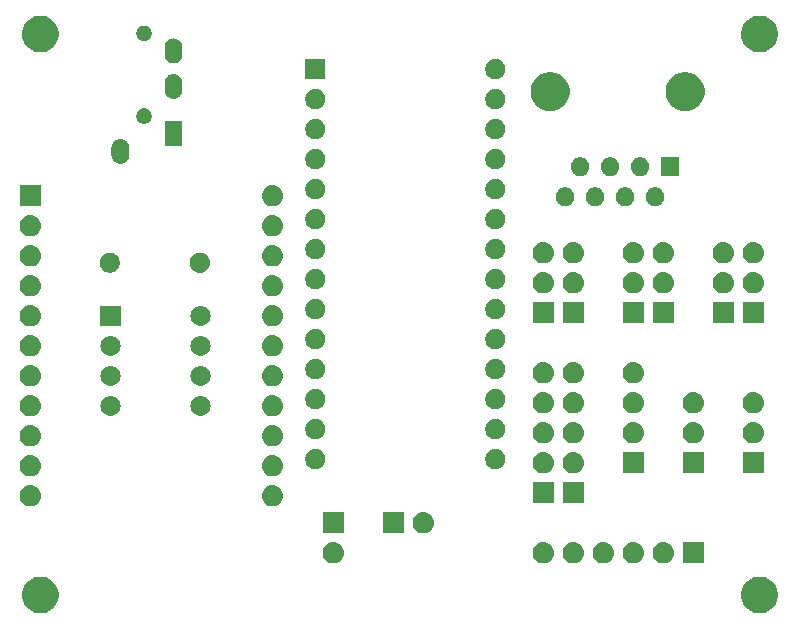
<source format=gbr>
G04 #@! TF.GenerationSoftware,KiCad,Pcbnew,(5.1.2)-2*
G04 #@! TF.CreationDate,2019-11-02T18:55:06-05:00*
G04 #@! TF.ProjectId,ControlBoardT4,436f6e74-726f-46c4-926f-61726454342e,rev?*
G04 #@! TF.SameCoordinates,Original*
G04 #@! TF.FileFunction,Soldermask,Bot*
G04 #@! TF.FilePolarity,Negative*
%FSLAX46Y46*%
G04 Gerber Fmt 4.6, Leading zero omitted, Abs format (unit mm)*
G04 Created by KiCad (PCBNEW (5.1.2)-2) date 2019-11-02 18:55:06*
%MOMM*%
%LPD*%
G04 APERTURE LIST*
%ADD10C,0.100000*%
G04 APERTURE END LIST*
D10*
G36*
X173226585Y-118642802D02*
G01*
X173376410Y-118672604D01*
X173658674Y-118789521D01*
X173912705Y-118959259D01*
X174128741Y-119175295D01*
X174298479Y-119429326D01*
X174415396Y-119711590D01*
X174475000Y-120011240D01*
X174475000Y-120316760D01*
X174415396Y-120616410D01*
X174298479Y-120898674D01*
X174128741Y-121152705D01*
X173912705Y-121368741D01*
X173658674Y-121538479D01*
X173376410Y-121655396D01*
X173226585Y-121685198D01*
X173076761Y-121715000D01*
X172771239Y-121715000D01*
X172621415Y-121685198D01*
X172471590Y-121655396D01*
X172189326Y-121538479D01*
X171935295Y-121368741D01*
X171719259Y-121152705D01*
X171549521Y-120898674D01*
X171432604Y-120616410D01*
X171373000Y-120316760D01*
X171373000Y-120011240D01*
X171432604Y-119711590D01*
X171549521Y-119429326D01*
X171719259Y-119175295D01*
X171935295Y-118959259D01*
X172189326Y-118789521D01*
X172471590Y-118672604D01*
X172621415Y-118642802D01*
X172771239Y-118613000D01*
X173076761Y-118613000D01*
X173226585Y-118642802D01*
X173226585Y-118642802D01*
G37*
G36*
X112336585Y-118642802D02*
G01*
X112486410Y-118672604D01*
X112768674Y-118789521D01*
X113022705Y-118959259D01*
X113238741Y-119175295D01*
X113408479Y-119429326D01*
X113525396Y-119711590D01*
X113585000Y-120011240D01*
X113585000Y-120316760D01*
X113525396Y-120616410D01*
X113408479Y-120898674D01*
X113238741Y-121152705D01*
X113022705Y-121368741D01*
X112768674Y-121538479D01*
X112486410Y-121655396D01*
X112336585Y-121685198D01*
X112186761Y-121715000D01*
X111881239Y-121715000D01*
X111731415Y-121685198D01*
X111581590Y-121655396D01*
X111299326Y-121538479D01*
X111045295Y-121368741D01*
X110829259Y-121152705D01*
X110659521Y-120898674D01*
X110542604Y-120616410D01*
X110483000Y-120316760D01*
X110483000Y-120011240D01*
X110542604Y-119711590D01*
X110659521Y-119429326D01*
X110829259Y-119175295D01*
X111045295Y-118959259D01*
X111299326Y-118789521D01*
X111581590Y-118672604D01*
X111731415Y-118642802D01*
X111881239Y-118613000D01*
X112186761Y-118613000D01*
X112336585Y-118642802D01*
X112336585Y-118642802D01*
G37*
G36*
X157272943Y-115691519D02*
G01*
X157339127Y-115698037D01*
X157508966Y-115749557D01*
X157665491Y-115833222D01*
X157701229Y-115862552D01*
X157802686Y-115945814D01*
X157885948Y-116047271D01*
X157915278Y-116083009D01*
X157998943Y-116239534D01*
X158050463Y-116409373D01*
X158067859Y-116586000D01*
X158050463Y-116762627D01*
X157998943Y-116932466D01*
X157915278Y-117088991D01*
X157885948Y-117124729D01*
X157802686Y-117226186D01*
X157701229Y-117309448D01*
X157665491Y-117338778D01*
X157508966Y-117422443D01*
X157339127Y-117473963D01*
X157272942Y-117480482D01*
X157206760Y-117487000D01*
X157118240Y-117487000D01*
X157052058Y-117480482D01*
X156985873Y-117473963D01*
X156816034Y-117422443D01*
X156659509Y-117338778D01*
X156623771Y-117309448D01*
X156522314Y-117226186D01*
X156439052Y-117124729D01*
X156409722Y-117088991D01*
X156326057Y-116932466D01*
X156274537Y-116762627D01*
X156257141Y-116586000D01*
X156274537Y-116409373D01*
X156326057Y-116239534D01*
X156409722Y-116083009D01*
X156439052Y-116047271D01*
X156522314Y-115945814D01*
X156623771Y-115862552D01*
X156659509Y-115833222D01*
X156816034Y-115749557D01*
X156985873Y-115698037D01*
X157052057Y-115691519D01*
X157118240Y-115685000D01*
X157206760Y-115685000D01*
X157272943Y-115691519D01*
X157272943Y-115691519D01*
G37*
G36*
X154732943Y-115691519D02*
G01*
X154799127Y-115698037D01*
X154968966Y-115749557D01*
X155125491Y-115833222D01*
X155161229Y-115862552D01*
X155262686Y-115945814D01*
X155345948Y-116047271D01*
X155375278Y-116083009D01*
X155458943Y-116239534D01*
X155510463Y-116409373D01*
X155527859Y-116586000D01*
X155510463Y-116762627D01*
X155458943Y-116932466D01*
X155375278Y-117088991D01*
X155345948Y-117124729D01*
X155262686Y-117226186D01*
X155161229Y-117309448D01*
X155125491Y-117338778D01*
X154968966Y-117422443D01*
X154799127Y-117473963D01*
X154732942Y-117480482D01*
X154666760Y-117487000D01*
X154578240Y-117487000D01*
X154512058Y-117480482D01*
X154445873Y-117473963D01*
X154276034Y-117422443D01*
X154119509Y-117338778D01*
X154083771Y-117309448D01*
X153982314Y-117226186D01*
X153899052Y-117124729D01*
X153869722Y-117088991D01*
X153786057Y-116932466D01*
X153734537Y-116762627D01*
X153717141Y-116586000D01*
X153734537Y-116409373D01*
X153786057Y-116239534D01*
X153869722Y-116083009D01*
X153899052Y-116047271D01*
X153982314Y-115945814D01*
X154083771Y-115862552D01*
X154119509Y-115833222D01*
X154276034Y-115749557D01*
X154445873Y-115698037D01*
X154512057Y-115691519D01*
X154578240Y-115685000D01*
X154666760Y-115685000D01*
X154732943Y-115691519D01*
X154732943Y-115691519D01*
G37*
G36*
X136952943Y-115691519D02*
G01*
X137019127Y-115698037D01*
X137188966Y-115749557D01*
X137345491Y-115833222D01*
X137381229Y-115862552D01*
X137482686Y-115945814D01*
X137565948Y-116047271D01*
X137595278Y-116083009D01*
X137678943Y-116239534D01*
X137730463Y-116409373D01*
X137747859Y-116586000D01*
X137730463Y-116762627D01*
X137678943Y-116932466D01*
X137595278Y-117088991D01*
X137565948Y-117124729D01*
X137482686Y-117226186D01*
X137381229Y-117309448D01*
X137345491Y-117338778D01*
X137188966Y-117422443D01*
X137019127Y-117473963D01*
X136952942Y-117480482D01*
X136886760Y-117487000D01*
X136798240Y-117487000D01*
X136732058Y-117480482D01*
X136665873Y-117473963D01*
X136496034Y-117422443D01*
X136339509Y-117338778D01*
X136303771Y-117309448D01*
X136202314Y-117226186D01*
X136119052Y-117124729D01*
X136089722Y-117088991D01*
X136006057Y-116932466D01*
X135954537Y-116762627D01*
X135937141Y-116586000D01*
X135954537Y-116409373D01*
X136006057Y-116239534D01*
X136089722Y-116083009D01*
X136119052Y-116047271D01*
X136202314Y-115945814D01*
X136303771Y-115862552D01*
X136339509Y-115833222D01*
X136496034Y-115749557D01*
X136665873Y-115698037D01*
X136732057Y-115691519D01*
X136798240Y-115685000D01*
X136886760Y-115685000D01*
X136952943Y-115691519D01*
X136952943Y-115691519D01*
G37*
G36*
X168223500Y-117487000D02*
G01*
X166421500Y-117487000D01*
X166421500Y-115685000D01*
X168223500Y-115685000D01*
X168223500Y-117487000D01*
X168223500Y-117487000D01*
G37*
G36*
X164892943Y-115691519D02*
G01*
X164959127Y-115698037D01*
X165128966Y-115749557D01*
X165285491Y-115833222D01*
X165321229Y-115862552D01*
X165422686Y-115945814D01*
X165505948Y-116047271D01*
X165535278Y-116083009D01*
X165618943Y-116239534D01*
X165670463Y-116409373D01*
X165687859Y-116586000D01*
X165670463Y-116762627D01*
X165618943Y-116932466D01*
X165535278Y-117088991D01*
X165505948Y-117124729D01*
X165422686Y-117226186D01*
X165321229Y-117309448D01*
X165285491Y-117338778D01*
X165128966Y-117422443D01*
X164959127Y-117473963D01*
X164892942Y-117480482D01*
X164826760Y-117487000D01*
X164738240Y-117487000D01*
X164672058Y-117480482D01*
X164605873Y-117473963D01*
X164436034Y-117422443D01*
X164279509Y-117338778D01*
X164243771Y-117309448D01*
X164142314Y-117226186D01*
X164059052Y-117124729D01*
X164029722Y-117088991D01*
X163946057Y-116932466D01*
X163894537Y-116762627D01*
X163877141Y-116586000D01*
X163894537Y-116409373D01*
X163946057Y-116239534D01*
X164029722Y-116083009D01*
X164059052Y-116047271D01*
X164142314Y-115945814D01*
X164243771Y-115862552D01*
X164279509Y-115833222D01*
X164436034Y-115749557D01*
X164605873Y-115698037D01*
X164672057Y-115691519D01*
X164738240Y-115685000D01*
X164826760Y-115685000D01*
X164892943Y-115691519D01*
X164892943Y-115691519D01*
G37*
G36*
X162352943Y-115691519D02*
G01*
X162419127Y-115698037D01*
X162588966Y-115749557D01*
X162745491Y-115833222D01*
X162781229Y-115862552D01*
X162882686Y-115945814D01*
X162965948Y-116047271D01*
X162995278Y-116083009D01*
X163078943Y-116239534D01*
X163130463Y-116409373D01*
X163147859Y-116586000D01*
X163130463Y-116762627D01*
X163078943Y-116932466D01*
X162995278Y-117088991D01*
X162965948Y-117124729D01*
X162882686Y-117226186D01*
X162781229Y-117309448D01*
X162745491Y-117338778D01*
X162588966Y-117422443D01*
X162419127Y-117473963D01*
X162352942Y-117480482D01*
X162286760Y-117487000D01*
X162198240Y-117487000D01*
X162132058Y-117480482D01*
X162065873Y-117473963D01*
X161896034Y-117422443D01*
X161739509Y-117338778D01*
X161703771Y-117309448D01*
X161602314Y-117226186D01*
X161519052Y-117124729D01*
X161489722Y-117088991D01*
X161406057Y-116932466D01*
X161354537Y-116762627D01*
X161337141Y-116586000D01*
X161354537Y-116409373D01*
X161406057Y-116239534D01*
X161489722Y-116083009D01*
X161519052Y-116047271D01*
X161602314Y-115945814D01*
X161703771Y-115862552D01*
X161739509Y-115833222D01*
X161896034Y-115749557D01*
X162065873Y-115698037D01*
X162132057Y-115691519D01*
X162198240Y-115685000D01*
X162286760Y-115685000D01*
X162352943Y-115691519D01*
X162352943Y-115691519D01*
G37*
G36*
X159812943Y-115691519D02*
G01*
X159879127Y-115698037D01*
X160048966Y-115749557D01*
X160205491Y-115833222D01*
X160241229Y-115862552D01*
X160342686Y-115945814D01*
X160425948Y-116047271D01*
X160455278Y-116083009D01*
X160538943Y-116239534D01*
X160590463Y-116409373D01*
X160607859Y-116586000D01*
X160590463Y-116762627D01*
X160538943Y-116932466D01*
X160455278Y-117088991D01*
X160425948Y-117124729D01*
X160342686Y-117226186D01*
X160241229Y-117309448D01*
X160205491Y-117338778D01*
X160048966Y-117422443D01*
X159879127Y-117473963D01*
X159812942Y-117480482D01*
X159746760Y-117487000D01*
X159658240Y-117487000D01*
X159592058Y-117480482D01*
X159525873Y-117473963D01*
X159356034Y-117422443D01*
X159199509Y-117338778D01*
X159163771Y-117309448D01*
X159062314Y-117226186D01*
X158979052Y-117124729D01*
X158949722Y-117088991D01*
X158866057Y-116932466D01*
X158814537Y-116762627D01*
X158797141Y-116586000D01*
X158814537Y-116409373D01*
X158866057Y-116239534D01*
X158949722Y-116083009D01*
X158979052Y-116047271D01*
X159062314Y-115945814D01*
X159163771Y-115862552D01*
X159199509Y-115833222D01*
X159356034Y-115749557D01*
X159525873Y-115698037D01*
X159592057Y-115691519D01*
X159658240Y-115685000D01*
X159746760Y-115685000D01*
X159812943Y-115691519D01*
X159812943Y-115691519D01*
G37*
G36*
X142823500Y-114947000D02*
G01*
X141021500Y-114947000D01*
X141021500Y-113145000D01*
X142823500Y-113145000D01*
X142823500Y-114947000D01*
X142823500Y-114947000D01*
G37*
G36*
X144572942Y-113151518D02*
G01*
X144639127Y-113158037D01*
X144808966Y-113209557D01*
X144965491Y-113293222D01*
X145001229Y-113322552D01*
X145102686Y-113405814D01*
X145185948Y-113507271D01*
X145215278Y-113543009D01*
X145298943Y-113699534D01*
X145350463Y-113869373D01*
X145367859Y-114046000D01*
X145350463Y-114222627D01*
X145298943Y-114392466D01*
X145215278Y-114548991D01*
X145185948Y-114584729D01*
X145102686Y-114686186D01*
X145001229Y-114769448D01*
X144965491Y-114798778D01*
X144808966Y-114882443D01*
X144639127Y-114933963D01*
X144572942Y-114940482D01*
X144506760Y-114947000D01*
X144418240Y-114947000D01*
X144352058Y-114940482D01*
X144285873Y-114933963D01*
X144116034Y-114882443D01*
X143959509Y-114798778D01*
X143923771Y-114769448D01*
X143822314Y-114686186D01*
X143739052Y-114584729D01*
X143709722Y-114548991D01*
X143626057Y-114392466D01*
X143574537Y-114222627D01*
X143557141Y-114046000D01*
X143574537Y-113869373D01*
X143626057Y-113699534D01*
X143709722Y-113543009D01*
X143739052Y-113507271D01*
X143822314Y-113405814D01*
X143923771Y-113322552D01*
X143959509Y-113293222D01*
X144116034Y-113209557D01*
X144285873Y-113158037D01*
X144352058Y-113151518D01*
X144418240Y-113145000D01*
X144506760Y-113145000D01*
X144572942Y-113151518D01*
X144572942Y-113151518D01*
G37*
G36*
X137743500Y-114947000D02*
G01*
X135941500Y-114947000D01*
X135941500Y-113145000D01*
X137743500Y-113145000D01*
X137743500Y-114947000D01*
X137743500Y-114947000D01*
G37*
G36*
X111298942Y-110865518D02*
G01*
X111365127Y-110872037D01*
X111534966Y-110923557D01*
X111691491Y-111007222D01*
X111727229Y-111036552D01*
X111828686Y-111119814D01*
X111911948Y-111221271D01*
X111941278Y-111257009D01*
X112024943Y-111413534D01*
X112076463Y-111583373D01*
X112093859Y-111760000D01*
X112076463Y-111936627D01*
X112024943Y-112106466D01*
X111941278Y-112262991D01*
X111911948Y-112298729D01*
X111828686Y-112400186D01*
X111727229Y-112483448D01*
X111691491Y-112512778D01*
X111534966Y-112596443D01*
X111365127Y-112647963D01*
X111298942Y-112654482D01*
X111232760Y-112661000D01*
X111144240Y-112661000D01*
X111078058Y-112654482D01*
X111011873Y-112647963D01*
X110842034Y-112596443D01*
X110685509Y-112512778D01*
X110649771Y-112483448D01*
X110548314Y-112400186D01*
X110465052Y-112298729D01*
X110435722Y-112262991D01*
X110352057Y-112106466D01*
X110300537Y-111936627D01*
X110283141Y-111760000D01*
X110300537Y-111583373D01*
X110352057Y-111413534D01*
X110435722Y-111257009D01*
X110465052Y-111221271D01*
X110548314Y-111119814D01*
X110649771Y-111036552D01*
X110685509Y-111007222D01*
X110842034Y-110923557D01*
X111011873Y-110872037D01*
X111078058Y-110865518D01*
X111144240Y-110859000D01*
X111232760Y-110859000D01*
X111298942Y-110865518D01*
X111298942Y-110865518D01*
G37*
G36*
X131798942Y-110865518D02*
G01*
X131865127Y-110872037D01*
X132034966Y-110923557D01*
X132191491Y-111007222D01*
X132227229Y-111036552D01*
X132328686Y-111119814D01*
X132411948Y-111221271D01*
X132441278Y-111257009D01*
X132524943Y-111413534D01*
X132576463Y-111583373D01*
X132593859Y-111760000D01*
X132576463Y-111936627D01*
X132524943Y-112106466D01*
X132441278Y-112262991D01*
X132411948Y-112298729D01*
X132328686Y-112400186D01*
X132227229Y-112483448D01*
X132191491Y-112512778D01*
X132034966Y-112596443D01*
X131865127Y-112647963D01*
X131798942Y-112654482D01*
X131732760Y-112661000D01*
X131644240Y-112661000D01*
X131578058Y-112654482D01*
X131511873Y-112647963D01*
X131342034Y-112596443D01*
X131185509Y-112512778D01*
X131149771Y-112483448D01*
X131048314Y-112400186D01*
X130965052Y-112298729D01*
X130935722Y-112262991D01*
X130852057Y-112106466D01*
X130800537Y-111936627D01*
X130783141Y-111760000D01*
X130800537Y-111583373D01*
X130852057Y-111413534D01*
X130935722Y-111257009D01*
X130965052Y-111221271D01*
X131048314Y-111119814D01*
X131149771Y-111036552D01*
X131185509Y-111007222D01*
X131342034Y-110923557D01*
X131511873Y-110872037D01*
X131578058Y-110865518D01*
X131644240Y-110859000D01*
X131732760Y-110859000D01*
X131798942Y-110865518D01*
X131798942Y-110865518D01*
G37*
G36*
X155523500Y-112407000D02*
G01*
X153721500Y-112407000D01*
X153721500Y-110605000D01*
X155523500Y-110605000D01*
X155523500Y-112407000D01*
X155523500Y-112407000D01*
G37*
G36*
X158063500Y-112407000D02*
G01*
X156261500Y-112407000D01*
X156261500Y-110605000D01*
X158063500Y-110605000D01*
X158063500Y-112407000D01*
X158063500Y-112407000D01*
G37*
G36*
X111298943Y-108325519D02*
G01*
X111365127Y-108332037D01*
X111534966Y-108383557D01*
X111534968Y-108383558D01*
X111566237Y-108400272D01*
X111691491Y-108467222D01*
X111727229Y-108496552D01*
X111828686Y-108579814D01*
X111911948Y-108681271D01*
X111941278Y-108717009D01*
X112024943Y-108873534D01*
X112076463Y-109043373D01*
X112093859Y-109220000D01*
X112076463Y-109396627D01*
X112024943Y-109566466D01*
X111941278Y-109722991D01*
X111911948Y-109758729D01*
X111828686Y-109860186D01*
X111727229Y-109943448D01*
X111691491Y-109972778D01*
X111534966Y-110056443D01*
X111365127Y-110107963D01*
X111298943Y-110114481D01*
X111232760Y-110121000D01*
X111144240Y-110121000D01*
X111078057Y-110114481D01*
X111011873Y-110107963D01*
X110842034Y-110056443D01*
X110685509Y-109972778D01*
X110649771Y-109943448D01*
X110548314Y-109860186D01*
X110465052Y-109758729D01*
X110435722Y-109722991D01*
X110352057Y-109566466D01*
X110300537Y-109396627D01*
X110283141Y-109220000D01*
X110300537Y-109043373D01*
X110352057Y-108873534D01*
X110435722Y-108717009D01*
X110465052Y-108681271D01*
X110548314Y-108579814D01*
X110649771Y-108496552D01*
X110685509Y-108467222D01*
X110810763Y-108400272D01*
X110842032Y-108383558D01*
X110842034Y-108383557D01*
X111011873Y-108332037D01*
X111078057Y-108325519D01*
X111144240Y-108319000D01*
X111232760Y-108319000D01*
X111298943Y-108325519D01*
X111298943Y-108325519D01*
G37*
G36*
X131798943Y-108325519D02*
G01*
X131865127Y-108332037D01*
X132034966Y-108383557D01*
X132034968Y-108383558D01*
X132066237Y-108400272D01*
X132191491Y-108467222D01*
X132227229Y-108496552D01*
X132328686Y-108579814D01*
X132411948Y-108681271D01*
X132441278Y-108717009D01*
X132524943Y-108873534D01*
X132576463Y-109043373D01*
X132593859Y-109220000D01*
X132576463Y-109396627D01*
X132524943Y-109566466D01*
X132441278Y-109722991D01*
X132411948Y-109758729D01*
X132328686Y-109860186D01*
X132227229Y-109943448D01*
X132191491Y-109972778D01*
X132034966Y-110056443D01*
X131865127Y-110107963D01*
X131798943Y-110114481D01*
X131732760Y-110121000D01*
X131644240Y-110121000D01*
X131578057Y-110114481D01*
X131511873Y-110107963D01*
X131342034Y-110056443D01*
X131185509Y-109972778D01*
X131149771Y-109943448D01*
X131048314Y-109860186D01*
X130965052Y-109758729D01*
X130935722Y-109722991D01*
X130852057Y-109566466D01*
X130800537Y-109396627D01*
X130783141Y-109220000D01*
X130800537Y-109043373D01*
X130852057Y-108873534D01*
X130935722Y-108717009D01*
X130965052Y-108681271D01*
X131048314Y-108579814D01*
X131149771Y-108496552D01*
X131185509Y-108467222D01*
X131310763Y-108400272D01*
X131342032Y-108383558D01*
X131342034Y-108383557D01*
X131511873Y-108332037D01*
X131578057Y-108325519D01*
X131644240Y-108319000D01*
X131732760Y-108319000D01*
X131798943Y-108325519D01*
X131798943Y-108325519D01*
G37*
G36*
X168223500Y-109867000D02*
G01*
X166421500Y-109867000D01*
X166421500Y-108065000D01*
X168223500Y-108065000D01*
X168223500Y-109867000D01*
X168223500Y-109867000D01*
G37*
G36*
X163143500Y-109867000D02*
G01*
X161341500Y-109867000D01*
X161341500Y-108065000D01*
X163143500Y-108065000D01*
X163143500Y-109867000D01*
X163143500Y-109867000D01*
G37*
G36*
X154732943Y-108071519D02*
G01*
X154799127Y-108078037D01*
X154968966Y-108129557D01*
X155125491Y-108213222D01*
X155161229Y-108242552D01*
X155262686Y-108325814D01*
X155323790Y-108400271D01*
X155375278Y-108463009D01*
X155458943Y-108619534D01*
X155510463Y-108789373D01*
X155527859Y-108966000D01*
X155510463Y-109142627D01*
X155458943Y-109312466D01*
X155375278Y-109468991D01*
X155350240Y-109499500D01*
X155262686Y-109606186D01*
X155161229Y-109689448D01*
X155125491Y-109718778D01*
X154968966Y-109802443D01*
X154799127Y-109853963D01*
X154735953Y-109860185D01*
X154666760Y-109867000D01*
X154578240Y-109867000D01*
X154509047Y-109860185D01*
X154445873Y-109853963D01*
X154276034Y-109802443D01*
X154119509Y-109718778D01*
X154083771Y-109689448D01*
X153982314Y-109606186D01*
X153894760Y-109499500D01*
X153869722Y-109468991D01*
X153786057Y-109312466D01*
X153734537Y-109142627D01*
X153717141Y-108966000D01*
X153734537Y-108789373D01*
X153786057Y-108619534D01*
X153869722Y-108463009D01*
X153921210Y-108400271D01*
X153982314Y-108325814D01*
X154083771Y-108242552D01*
X154119509Y-108213222D01*
X154276034Y-108129557D01*
X154445873Y-108078037D01*
X154512057Y-108071519D01*
X154578240Y-108065000D01*
X154666760Y-108065000D01*
X154732943Y-108071519D01*
X154732943Y-108071519D01*
G37*
G36*
X157272943Y-108071519D02*
G01*
X157339127Y-108078037D01*
X157508966Y-108129557D01*
X157665491Y-108213222D01*
X157701229Y-108242552D01*
X157802686Y-108325814D01*
X157863790Y-108400271D01*
X157915278Y-108463009D01*
X157998943Y-108619534D01*
X158050463Y-108789373D01*
X158067859Y-108966000D01*
X158050463Y-109142627D01*
X157998943Y-109312466D01*
X157915278Y-109468991D01*
X157890240Y-109499500D01*
X157802686Y-109606186D01*
X157701229Y-109689448D01*
X157665491Y-109718778D01*
X157508966Y-109802443D01*
X157339127Y-109853963D01*
X157275953Y-109860185D01*
X157206760Y-109867000D01*
X157118240Y-109867000D01*
X157049047Y-109860185D01*
X156985873Y-109853963D01*
X156816034Y-109802443D01*
X156659509Y-109718778D01*
X156623771Y-109689448D01*
X156522314Y-109606186D01*
X156434760Y-109499500D01*
X156409722Y-109468991D01*
X156326057Y-109312466D01*
X156274537Y-109142627D01*
X156257141Y-108966000D01*
X156274537Y-108789373D01*
X156326057Y-108619534D01*
X156409722Y-108463009D01*
X156461210Y-108400271D01*
X156522314Y-108325814D01*
X156623771Y-108242552D01*
X156659509Y-108213222D01*
X156816034Y-108129557D01*
X156985873Y-108078037D01*
X157052057Y-108071519D01*
X157118240Y-108065000D01*
X157206760Y-108065000D01*
X157272943Y-108071519D01*
X157272943Y-108071519D01*
G37*
G36*
X173303500Y-109867000D02*
G01*
X171501500Y-109867000D01*
X171501500Y-108065000D01*
X173303500Y-108065000D01*
X173303500Y-109867000D01*
X173303500Y-109867000D01*
G37*
G36*
X150806728Y-107830203D02*
G01*
X150961600Y-107894353D01*
X151100981Y-107987485D01*
X151219515Y-108106019D01*
X151312647Y-108245400D01*
X151376797Y-108400272D01*
X151409500Y-108564684D01*
X151409500Y-108732316D01*
X151376797Y-108896728D01*
X151312647Y-109051600D01*
X151219515Y-109190981D01*
X151100981Y-109309515D01*
X150961600Y-109402647D01*
X150806728Y-109466797D01*
X150642316Y-109499500D01*
X150474684Y-109499500D01*
X150310272Y-109466797D01*
X150155400Y-109402647D01*
X150016019Y-109309515D01*
X149897485Y-109190981D01*
X149804353Y-109051600D01*
X149740203Y-108896728D01*
X149707500Y-108732316D01*
X149707500Y-108564684D01*
X149740203Y-108400272D01*
X149804353Y-108245400D01*
X149897485Y-108106019D01*
X150016019Y-107987485D01*
X150155400Y-107894353D01*
X150310272Y-107830203D01*
X150474684Y-107797500D01*
X150642316Y-107797500D01*
X150806728Y-107830203D01*
X150806728Y-107830203D01*
G37*
G36*
X135566728Y-107830203D02*
G01*
X135721600Y-107894353D01*
X135860981Y-107987485D01*
X135979515Y-108106019D01*
X136072647Y-108245400D01*
X136136797Y-108400272D01*
X136169500Y-108564684D01*
X136169500Y-108732316D01*
X136136797Y-108896728D01*
X136072647Y-109051600D01*
X135979515Y-109190981D01*
X135860981Y-109309515D01*
X135721600Y-109402647D01*
X135566728Y-109466797D01*
X135402316Y-109499500D01*
X135234684Y-109499500D01*
X135070272Y-109466797D01*
X134915400Y-109402647D01*
X134776019Y-109309515D01*
X134657485Y-109190981D01*
X134564353Y-109051600D01*
X134500203Y-108896728D01*
X134467500Y-108732316D01*
X134467500Y-108564684D01*
X134500203Y-108400272D01*
X134564353Y-108245400D01*
X134657485Y-108106019D01*
X134776019Y-107987485D01*
X134915400Y-107894353D01*
X135070272Y-107830203D01*
X135234684Y-107797500D01*
X135402316Y-107797500D01*
X135566728Y-107830203D01*
X135566728Y-107830203D01*
G37*
G36*
X131798943Y-105785519D02*
G01*
X131865127Y-105792037D01*
X132034966Y-105843557D01*
X132034968Y-105843558D01*
X132066237Y-105860272D01*
X132191491Y-105927222D01*
X132227229Y-105956552D01*
X132328686Y-106039814D01*
X132411948Y-106141271D01*
X132441278Y-106177009D01*
X132524943Y-106333534D01*
X132576463Y-106503373D01*
X132593859Y-106680000D01*
X132576463Y-106856627D01*
X132524943Y-107026466D01*
X132441278Y-107182991D01*
X132411948Y-107218729D01*
X132328686Y-107320186D01*
X132227229Y-107403448D01*
X132191491Y-107432778D01*
X132034966Y-107516443D01*
X131865127Y-107567963D01*
X131798943Y-107574481D01*
X131732760Y-107581000D01*
X131644240Y-107581000D01*
X131578057Y-107574481D01*
X131511873Y-107567963D01*
X131342034Y-107516443D01*
X131185509Y-107432778D01*
X131149771Y-107403448D01*
X131048314Y-107320186D01*
X130965052Y-107218729D01*
X130935722Y-107182991D01*
X130852057Y-107026466D01*
X130800537Y-106856627D01*
X130783141Y-106680000D01*
X130800537Y-106503373D01*
X130852057Y-106333534D01*
X130935722Y-106177009D01*
X130965052Y-106141271D01*
X131048314Y-106039814D01*
X131149771Y-105956552D01*
X131185509Y-105927222D01*
X131310763Y-105860272D01*
X131342032Y-105843558D01*
X131342034Y-105843557D01*
X131511873Y-105792037D01*
X131578057Y-105785519D01*
X131644240Y-105779000D01*
X131732760Y-105779000D01*
X131798943Y-105785519D01*
X131798943Y-105785519D01*
G37*
G36*
X111298943Y-105785519D02*
G01*
X111365127Y-105792037D01*
X111534966Y-105843557D01*
X111534968Y-105843558D01*
X111566237Y-105860272D01*
X111691491Y-105927222D01*
X111727229Y-105956552D01*
X111828686Y-106039814D01*
X111911948Y-106141271D01*
X111941278Y-106177009D01*
X112024943Y-106333534D01*
X112076463Y-106503373D01*
X112093859Y-106680000D01*
X112076463Y-106856627D01*
X112024943Y-107026466D01*
X111941278Y-107182991D01*
X111911948Y-107218729D01*
X111828686Y-107320186D01*
X111727229Y-107403448D01*
X111691491Y-107432778D01*
X111534966Y-107516443D01*
X111365127Y-107567963D01*
X111298943Y-107574481D01*
X111232760Y-107581000D01*
X111144240Y-107581000D01*
X111078057Y-107574481D01*
X111011873Y-107567963D01*
X110842034Y-107516443D01*
X110685509Y-107432778D01*
X110649771Y-107403448D01*
X110548314Y-107320186D01*
X110465052Y-107218729D01*
X110435722Y-107182991D01*
X110352057Y-107026466D01*
X110300537Y-106856627D01*
X110283141Y-106680000D01*
X110300537Y-106503373D01*
X110352057Y-106333534D01*
X110435722Y-106177009D01*
X110465052Y-106141271D01*
X110548314Y-106039814D01*
X110649771Y-105956552D01*
X110685509Y-105927222D01*
X110810763Y-105860272D01*
X110842032Y-105843558D01*
X110842034Y-105843557D01*
X111011873Y-105792037D01*
X111078057Y-105785519D01*
X111144240Y-105779000D01*
X111232760Y-105779000D01*
X111298943Y-105785519D01*
X111298943Y-105785519D01*
G37*
G36*
X172512943Y-105531519D02*
G01*
X172579127Y-105538037D01*
X172748966Y-105589557D01*
X172905491Y-105673222D01*
X172941229Y-105702552D01*
X173042686Y-105785814D01*
X173103790Y-105860271D01*
X173155278Y-105923009D01*
X173238943Y-106079534D01*
X173290463Y-106249373D01*
X173307859Y-106426000D01*
X173290463Y-106602627D01*
X173238943Y-106772466D01*
X173155278Y-106928991D01*
X173130240Y-106959500D01*
X173042686Y-107066186D01*
X172941229Y-107149448D01*
X172905491Y-107178778D01*
X172748966Y-107262443D01*
X172579127Y-107313963D01*
X172515953Y-107320185D01*
X172446760Y-107327000D01*
X172358240Y-107327000D01*
X172289047Y-107320185D01*
X172225873Y-107313963D01*
X172056034Y-107262443D01*
X171899509Y-107178778D01*
X171863771Y-107149448D01*
X171762314Y-107066186D01*
X171674760Y-106959500D01*
X171649722Y-106928991D01*
X171566057Y-106772466D01*
X171514537Y-106602627D01*
X171497141Y-106426000D01*
X171514537Y-106249373D01*
X171566057Y-106079534D01*
X171649722Y-105923009D01*
X171701210Y-105860271D01*
X171762314Y-105785814D01*
X171863771Y-105702552D01*
X171899509Y-105673222D01*
X172056034Y-105589557D01*
X172225873Y-105538037D01*
X172292058Y-105531518D01*
X172358240Y-105525000D01*
X172446760Y-105525000D01*
X172512943Y-105531519D01*
X172512943Y-105531519D01*
G37*
G36*
X162352943Y-105531519D02*
G01*
X162419127Y-105538037D01*
X162588966Y-105589557D01*
X162745491Y-105673222D01*
X162781229Y-105702552D01*
X162882686Y-105785814D01*
X162943790Y-105860271D01*
X162995278Y-105923009D01*
X163078943Y-106079534D01*
X163130463Y-106249373D01*
X163147859Y-106426000D01*
X163130463Y-106602627D01*
X163078943Y-106772466D01*
X162995278Y-106928991D01*
X162970240Y-106959500D01*
X162882686Y-107066186D01*
X162781229Y-107149448D01*
X162745491Y-107178778D01*
X162588966Y-107262443D01*
X162419127Y-107313963D01*
X162355953Y-107320185D01*
X162286760Y-107327000D01*
X162198240Y-107327000D01*
X162129047Y-107320185D01*
X162065873Y-107313963D01*
X161896034Y-107262443D01*
X161739509Y-107178778D01*
X161703771Y-107149448D01*
X161602314Y-107066186D01*
X161514760Y-106959500D01*
X161489722Y-106928991D01*
X161406057Y-106772466D01*
X161354537Y-106602627D01*
X161337141Y-106426000D01*
X161354537Y-106249373D01*
X161406057Y-106079534D01*
X161489722Y-105923009D01*
X161541210Y-105860271D01*
X161602314Y-105785814D01*
X161703771Y-105702552D01*
X161739509Y-105673222D01*
X161896034Y-105589557D01*
X162065873Y-105538037D01*
X162132058Y-105531518D01*
X162198240Y-105525000D01*
X162286760Y-105525000D01*
X162352943Y-105531519D01*
X162352943Y-105531519D01*
G37*
G36*
X167432943Y-105531519D02*
G01*
X167499127Y-105538037D01*
X167668966Y-105589557D01*
X167825491Y-105673222D01*
X167861229Y-105702552D01*
X167962686Y-105785814D01*
X168023790Y-105860271D01*
X168075278Y-105923009D01*
X168158943Y-106079534D01*
X168210463Y-106249373D01*
X168227859Y-106426000D01*
X168210463Y-106602627D01*
X168158943Y-106772466D01*
X168075278Y-106928991D01*
X168050240Y-106959500D01*
X167962686Y-107066186D01*
X167861229Y-107149448D01*
X167825491Y-107178778D01*
X167668966Y-107262443D01*
X167499127Y-107313963D01*
X167435953Y-107320185D01*
X167366760Y-107327000D01*
X167278240Y-107327000D01*
X167209047Y-107320185D01*
X167145873Y-107313963D01*
X166976034Y-107262443D01*
X166819509Y-107178778D01*
X166783771Y-107149448D01*
X166682314Y-107066186D01*
X166594760Y-106959500D01*
X166569722Y-106928991D01*
X166486057Y-106772466D01*
X166434537Y-106602627D01*
X166417141Y-106426000D01*
X166434537Y-106249373D01*
X166486057Y-106079534D01*
X166569722Y-105923009D01*
X166621210Y-105860271D01*
X166682314Y-105785814D01*
X166783771Y-105702552D01*
X166819509Y-105673222D01*
X166976034Y-105589557D01*
X167145873Y-105538037D01*
X167212058Y-105531518D01*
X167278240Y-105525000D01*
X167366760Y-105525000D01*
X167432943Y-105531519D01*
X167432943Y-105531519D01*
G37*
G36*
X154732943Y-105531519D02*
G01*
X154799127Y-105538037D01*
X154968966Y-105589557D01*
X155125491Y-105673222D01*
X155161229Y-105702552D01*
X155262686Y-105785814D01*
X155323790Y-105860271D01*
X155375278Y-105923009D01*
X155458943Y-106079534D01*
X155510463Y-106249373D01*
X155527859Y-106426000D01*
X155510463Y-106602627D01*
X155458943Y-106772466D01*
X155375278Y-106928991D01*
X155350240Y-106959500D01*
X155262686Y-107066186D01*
X155161229Y-107149448D01*
X155125491Y-107178778D01*
X154968966Y-107262443D01*
X154799127Y-107313963D01*
X154735953Y-107320185D01*
X154666760Y-107327000D01*
X154578240Y-107327000D01*
X154509047Y-107320185D01*
X154445873Y-107313963D01*
X154276034Y-107262443D01*
X154119509Y-107178778D01*
X154083771Y-107149448D01*
X153982314Y-107066186D01*
X153894760Y-106959500D01*
X153869722Y-106928991D01*
X153786057Y-106772466D01*
X153734537Y-106602627D01*
X153717141Y-106426000D01*
X153734537Y-106249373D01*
X153786057Y-106079534D01*
X153869722Y-105923009D01*
X153921210Y-105860271D01*
X153982314Y-105785814D01*
X154083771Y-105702552D01*
X154119509Y-105673222D01*
X154276034Y-105589557D01*
X154445873Y-105538037D01*
X154512058Y-105531518D01*
X154578240Y-105525000D01*
X154666760Y-105525000D01*
X154732943Y-105531519D01*
X154732943Y-105531519D01*
G37*
G36*
X157272943Y-105531519D02*
G01*
X157339127Y-105538037D01*
X157508966Y-105589557D01*
X157665491Y-105673222D01*
X157701229Y-105702552D01*
X157802686Y-105785814D01*
X157863790Y-105860271D01*
X157915278Y-105923009D01*
X157998943Y-106079534D01*
X158050463Y-106249373D01*
X158067859Y-106426000D01*
X158050463Y-106602627D01*
X157998943Y-106772466D01*
X157915278Y-106928991D01*
X157890240Y-106959500D01*
X157802686Y-107066186D01*
X157701229Y-107149448D01*
X157665491Y-107178778D01*
X157508966Y-107262443D01*
X157339127Y-107313963D01*
X157275953Y-107320185D01*
X157206760Y-107327000D01*
X157118240Y-107327000D01*
X157049047Y-107320185D01*
X156985873Y-107313963D01*
X156816034Y-107262443D01*
X156659509Y-107178778D01*
X156623771Y-107149448D01*
X156522314Y-107066186D01*
X156434760Y-106959500D01*
X156409722Y-106928991D01*
X156326057Y-106772466D01*
X156274537Y-106602627D01*
X156257141Y-106426000D01*
X156274537Y-106249373D01*
X156326057Y-106079534D01*
X156409722Y-105923009D01*
X156461210Y-105860271D01*
X156522314Y-105785814D01*
X156623771Y-105702552D01*
X156659509Y-105673222D01*
X156816034Y-105589557D01*
X156985873Y-105538037D01*
X157052058Y-105531518D01*
X157118240Y-105525000D01*
X157206760Y-105525000D01*
X157272943Y-105531519D01*
X157272943Y-105531519D01*
G37*
G36*
X135566728Y-105290203D02*
G01*
X135721600Y-105354353D01*
X135860981Y-105447485D01*
X135979515Y-105566019D01*
X136072647Y-105705400D01*
X136136797Y-105860272D01*
X136169500Y-106024684D01*
X136169500Y-106192316D01*
X136136797Y-106356728D01*
X136072647Y-106511600D01*
X135979515Y-106650981D01*
X135860981Y-106769515D01*
X135721600Y-106862647D01*
X135566728Y-106926797D01*
X135402316Y-106959500D01*
X135234684Y-106959500D01*
X135070272Y-106926797D01*
X134915400Y-106862647D01*
X134776019Y-106769515D01*
X134657485Y-106650981D01*
X134564353Y-106511600D01*
X134500203Y-106356728D01*
X134467500Y-106192316D01*
X134467500Y-106024684D01*
X134500203Y-105860272D01*
X134564353Y-105705400D01*
X134657485Y-105566019D01*
X134776019Y-105447485D01*
X134915400Y-105354353D01*
X135070272Y-105290203D01*
X135234684Y-105257500D01*
X135402316Y-105257500D01*
X135566728Y-105290203D01*
X135566728Y-105290203D01*
G37*
G36*
X150806728Y-105290203D02*
G01*
X150961600Y-105354353D01*
X151100981Y-105447485D01*
X151219515Y-105566019D01*
X151312647Y-105705400D01*
X151376797Y-105860272D01*
X151409500Y-106024684D01*
X151409500Y-106192316D01*
X151376797Y-106356728D01*
X151312647Y-106511600D01*
X151219515Y-106650981D01*
X151100981Y-106769515D01*
X150961600Y-106862647D01*
X150806728Y-106926797D01*
X150642316Y-106959500D01*
X150474684Y-106959500D01*
X150310272Y-106926797D01*
X150155400Y-106862647D01*
X150016019Y-106769515D01*
X149897485Y-106650981D01*
X149804353Y-106511600D01*
X149740203Y-106356728D01*
X149707500Y-106192316D01*
X149707500Y-106024684D01*
X149740203Y-105860272D01*
X149804353Y-105705400D01*
X149897485Y-105566019D01*
X150016019Y-105447485D01*
X150155400Y-105354353D01*
X150310272Y-105290203D01*
X150474684Y-105257500D01*
X150642316Y-105257500D01*
X150806728Y-105290203D01*
X150806728Y-105290203D01*
G37*
G36*
X131798943Y-103245519D02*
G01*
X131865127Y-103252037D01*
X132034966Y-103303557D01*
X132034968Y-103303558D01*
X132066237Y-103320272D01*
X132191491Y-103387222D01*
X132227229Y-103416552D01*
X132328686Y-103499814D01*
X132411948Y-103601271D01*
X132441278Y-103637009D01*
X132524943Y-103793534D01*
X132576463Y-103963373D01*
X132593859Y-104140000D01*
X132576463Y-104316627D01*
X132524943Y-104486466D01*
X132441278Y-104642991D01*
X132411948Y-104678729D01*
X132328686Y-104780186D01*
X132227229Y-104863448D01*
X132191491Y-104892778D01*
X132034966Y-104976443D01*
X131865127Y-105027963D01*
X131798942Y-105034482D01*
X131732760Y-105041000D01*
X131644240Y-105041000D01*
X131578057Y-105034481D01*
X131511873Y-105027963D01*
X131342034Y-104976443D01*
X131185509Y-104892778D01*
X131149771Y-104863448D01*
X131048314Y-104780186D01*
X130965052Y-104678729D01*
X130935722Y-104642991D01*
X130852057Y-104486466D01*
X130800537Y-104316627D01*
X130783141Y-104140000D01*
X130800537Y-103963373D01*
X130852057Y-103793534D01*
X130935722Y-103637009D01*
X130965052Y-103601271D01*
X131048314Y-103499814D01*
X131149771Y-103416552D01*
X131185509Y-103387222D01*
X131310763Y-103320272D01*
X131342032Y-103303558D01*
X131342034Y-103303557D01*
X131511873Y-103252037D01*
X131578058Y-103245518D01*
X131644240Y-103239000D01*
X131732760Y-103239000D01*
X131798943Y-103245519D01*
X131798943Y-103245519D01*
G37*
G36*
X111298943Y-103245519D02*
G01*
X111365127Y-103252037D01*
X111534966Y-103303557D01*
X111534968Y-103303558D01*
X111566237Y-103320272D01*
X111691491Y-103387222D01*
X111727229Y-103416552D01*
X111828686Y-103499814D01*
X111911948Y-103601271D01*
X111941278Y-103637009D01*
X112024943Y-103793534D01*
X112076463Y-103963373D01*
X112093859Y-104140000D01*
X112076463Y-104316627D01*
X112024943Y-104486466D01*
X111941278Y-104642991D01*
X111911948Y-104678729D01*
X111828686Y-104780186D01*
X111727229Y-104863448D01*
X111691491Y-104892778D01*
X111534966Y-104976443D01*
X111365127Y-105027963D01*
X111298942Y-105034482D01*
X111232760Y-105041000D01*
X111144240Y-105041000D01*
X111078057Y-105034481D01*
X111011873Y-105027963D01*
X110842034Y-104976443D01*
X110685509Y-104892778D01*
X110649771Y-104863448D01*
X110548314Y-104780186D01*
X110465052Y-104678729D01*
X110435722Y-104642991D01*
X110352057Y-104486466D01*
X110300537Y-104316627D01*
X110283141Y-104140000D01*
X110300537Y-103963373D01*
X110352057Y-103793534D01*
X110435722Y-103637009D01*
X110465052Y-103601271D01*
X110548314Y-103499814D01*
X110649771Y-103416552D01*
X110685509Y-103387222D01*
X110810763Y-103320272D01*
X110842032Y-103303558D01*
X110842034Y-103303557D01*
X111011873Y-103252037D01*
X111078058Y-103245518D01*
X111144240Y-103239000D01*
X111232760Y-103239000D01*
X111298943Y-103245519D01*
X111298943Y-103245519D01*
G37*
G36*
X118149823Y-103301313D02*
G01*
X118310242Y-103349976D01*
X118379922Y-103387221D01*
X118458078Y-103428996D01*
X118587659Y-103535341D01*
X118694004Y-103664922D01*
X118694005Y-103664924D01*
X118773024Y-103812758D01*
X118821687Y-103973177D01*
X118838117Y-104140000D01*
X118821687Y-104306823D01*
X118773024Y-104467242D01*
X118702114Y-104599906D01*
X118694004Y-104615078D01*
X118587659Y-104744659D01*
X118458078Y-104851004D01*
X118458076Y-104851005D01*
X118310242Y-104930024D01*
X118149823Y-104978687D01*
X118024804Y-104991000D01*
X117941196Y-104991000D01*
X117816177Y-104978687D01*
X117655758Y-104930024D01*
X117507924Y-104851005D01*
X117507922Y-104851004D01*
X117378341Y-104744659D01*
X117271996Y-104615078D01*
X117263886Y-104599906D01*
X117192976Y-104467242D01*
X117144313Y-104306823D01*
X117127883Y-104140000D01*
X117144313Y-103973177D01*
X117192976Y-103812758D01*
X117271995Y-103664924D01*
X117271996Y-103664922D01*
X117378341Y-103535341D01*
X117507922Y-103428996D01*
X117586078Y-103387221D01*
X117655758Y-103349976D01*
X117816177Y-103301313D01*
X117941196Y-103289000D01*
X118024804Y-103289000D01*
X118149823Y-103301313D01*
X118149823Y-103301313D01*
G37*
G36*
X125769823Y-103301313D02*
G01*
X125930242Y-103349976D01*
X125999922Y-103387221D01*
X126078078Y-103428996D01*
X126207659Y-103535341D01*
X126314004Y-103664922D01*
X126314005Y-103664924D01*
X126393024Y-103812758D01*
X126441687Y-103973177D01*
X126458117Y-104140000D01*
X126441687Y-104306823D01*
X126393024Y-104467242D01*
X126322114Y-104599906D01*
X126314004Y-104615078D01*
X126207659Y-104744659D01*
X126078078Y-104851004D01*
X126078076Y-104851005D01*
X125930242Y-104930024D01*
X125769823Y-104978687D01*
X125644804Y-104991000D01*
X125561196Y-104991000D01*
X125436177Y-104978687D01*
X125275758Y-104930024D01*
X125127924Y-104851005D01*
X125127922Y-104851004D01*
X124998341Y-104744659D01*
X124891996Y-104615078D01*
X124883886Y-104599906D01*
X124812976Y-104467242D01*
X124764313Y-104306823D01*
X124747883Y-104140000D01*
X124764313Y-103973177D01*
X124812976Y-103812758D01*
X124891995Y-103664924D01*
X124891996Y-103664922D01*
X124998341Y-103535341D01*
X125127922Y-103428996D01*
X125206078Y-103387221D01*
X125275758Y-103349976D01*
X125436177Y-103301313D01*
X125561196Y-103289000D01*
X125644804Y-103289000D01*
X125769823Y-103301313D01*
X125769823Y-103301313D01*
G37*
G36*
X172512943Y-102991519D02*
G01*
X172579127Y-102998037D01*
X172748966Y-103049557D01*
X172905491Y-103133222D01*
X172941229Y-103162552D01*
X173042686Y-103245814D01*
X173103790Y-103320271D01*
X173155278Y-103383009D01*
X173238943Y-103539534D01*
X173290463Y-103709373D01*
X173307859Y-103886000D01*
X173290463Y-104062627D01*
X173238943Y-104232466D01*
X173155278Y-104388991D01*
X173130240Y-104419500D01*
X173042686Y-104526186D01*
X172941229Y-104609448D01*
X172905491Y-104638778D01*
X172748966Y-104722443D01*
X172579127Y-104773963D01*
X172515953Y-104780185D01*
X172446760Y-104787000D01*
X172358240Y-104787000D01*
X172289047Y-104780185D01*
X172225873Y-104773963D01*
X172056034Y-104722443D01*
X171899509Y-104638778D01*
X171863771Y-104609448D01*
X171762314Y-104526186D01*
X171674760Y-104419500D01*
X171649722Y-104388991D01*
X171566057Y-104232466D01*
X171514537Y-104062627D01*
X171497141Y-103886000D01*
X171514537Y-103709373D01*
X171566057Y-103539534D01*
X171649722Y-103383009D01*
X171701210Y-103320271D01*
X171762314Y-103245814D01*
X171863771Y-103162552D01*
X171899509Y-103133222D01*
X172056034Y-103049557D01*
X172225873Y-102998037D01*
X172292057Y-102991519D01*
X172358240Y-102985000D01*
X172446760Y-102985000D01*
X172512943Y-102991519D01*
X172512943Y-102991519D01*
G37*
G36*
X157272943Y-102991519D02*
G01*
X157339127Y-102998037D01*
X157508966Y-103049557D01*
X157665491Y-103133222D01*
X157701229Y-103162552D01*
X157802686Y-103245814D01*
X157863790Y-103320271D01*
X157915278Y-103383009D01*
X157998943Y-103539534D01*
X158050463Y-103709373D01*
X158067859Y-103886000D01*
X158050463Y-104062627D01*
X157998943Y-104232466D01*
X157915278Y-104388991D01*
X157890240Y-104419500D01*
X157802686Y-104526186D01*
X157701229Y-104609448D01*
X157665491Y-104638778D01*
X157508966Y-104722443D01*
X157339127Y-104773963D01*
X157275953Y-104780185D01*
X157206760Y-104787000D01*
X157118240Y-104787000D01*
X157049047Y-104780185D01*
X156985873Y-104773963D01*
X156816034Y-104722443D01*
X156659509Y-104638778D01*
X156623771Y-104609448D01*
X156522314Y-104526186D01*
X156434760Y-104419500D01*
X156409722Y-104388991D01*
X156326057Y-104232466D01*
X156274537Y-104062627D01*
X156257141Y-103886000D01*
X156274537Y-103709373D01*
X156326057Y-103539534D01*
X156409722Y-103383009D01*
X156461210Y-103320271D01*
X156522314Y-103245814D01*
X156623771Y-103162552D01*
X156659509Y-103133222D01*
X156816034Y-103049557D01*
X156985873Y-102998037D01*
X157052057Y-102991519D01*
X157118240Y-102985000D01*
X157206760Y-102985000D01*
X157272943Y-102991519D01*
X157272943Y-102991519D01*
G37*
G36*
X154732943Y-102991519D02*
G01*
X154799127Y-102998037D01*
X154968966Y-103049557D01*
X155125491Y-103133222D01*
X155161229Y-103162552D01*
X155262686Y-103245814D01*
X155323790Y-103320271D01*
X155375278Y-103383009D01*
X155458943Y-103539534D01*
X155510463Y-103709373D01*
X155527859Y-103886000D01*
X155510463Y-104062627D01*
X155458943Y-104232466D01*
X155375278Y-104388991D01*
X155350240Y-104419500D01*
X155262686Y-104526186D01*
X155161229Y-104609448D01*
X155125491Y-104638778D01*
X154968966Y-104722443D01*
X154799127Y-104773963D01*
X154735953Y-104780185D01*
X154666760Y-104787000D01*
X154578240Y-104787000D01*
X154509047Y-104780185D01*
X154445873Y-104773963D01*
X154276034Y-104722443D01*
X154119509Y-104638778D01*
X154083771Y-104609448D01*
X153982314Y-104526186D01*
X153894760Y-104419500D01*
X153869722Y-104388991D01*
X153786057Y-104232466D01*
X153734537Y-104062627D01*
X153717141Y-103886000D01*
X153734537Y-103709373D01*
X153786057Y-103539534D01*
X153869722Y-103383009D01*
X153921210Y-103320271D01*
X153982314Y-103245814D01*
X154083771Y-103162552D01*
X154119509Y-103133222D01*
X154276034Y-103049557D01*
X154445873Y-102998037D01*
X154512057Y-102991519D01*
X154578240Y-102985000D01*
X154666760Y-102985000D01*
X154732943Y-102991519D01*
X154732943Y-102991519D01*
G37*
G36*
X167432943Y-102991519D02*
G01*
X167499127Y-102998037D01*
X167668966Y-103049557D01*
X167825491Y-103133222D01*
X167861229Y-103162552D01*
X167962686Y-103245814D01*
X168023790Y-103320271D01*
X168075278Y-103383009D01*
X168158943Y-103539534D01*
X168210463Y-103709373D01*
X168227859Y-103886000D01*
X168210463Y-104062627D01*
X168158943Y-104232466D01*
X168075278Y-104388991D01*
X168050240Y-104419500D01*
X167962686Y-104526186D01*
X167861229Y-104609448D01*
X167825491Y-104638778D01*
X167668966Y-104722443D01*
X167499127Y-104773963D01*
X167435953Y-104780185D01*
X167366760Y-104787000D01*
X167278240Y-104787000D01*
X167209047Y-104780185D01*
X167145873Y-104773963D01*
X166976034Y-104722443D01*
X166819509Y-104638778D01*
X166783771Y-104609448D01*
X166682314Y-104526186D01*
X166594760Y-104419500D01*
X166569722Y-104388991D01*
X166486057Y-104232466D01*
X166434537Y-104062627D01*
X166417141Y-103886000D01*
X166434537Y-103709373D01*
X166486057Y-103539534D01*
X166569722Y-103383009D01*
X166621210Y-103320271D01*
X166682314Y-103245814D01*
X166783771Y-103162552D01*
X166819509Y-103133222D01*
X166976034Y-103049557D01*
X167145873Y-102998037D01*
X167212057Y-102991519D01*
X167278240Y-102985000D01*
X167366760Y-102985000D01*
X167432943Y-102991519D01*
X167432943Y-102991519D01*
G37*
G36*
X162352943Y-102991519D02*
G01*
X162419127Y-102998037D01*
X162588966Y-103049557D01*
X162745491Y-103133222D01*
X162781229Y-103162552D01*
X162882686Y-103245814D01*
X162943790Y-103320271D01*
X162995278Y-103383009D01*
X163078943Y-103539534D01*
X163130463Y-103709373D01*
X163147859Y-103886000D01*
X163130463Y-104062627D01*
X163078943Y-104232466D01*
X162995278Y-104388991D01*
X162970240Y-104419500D01*
X162882686Y-104526186D01*
X162781229Y-104609448D01*
X162745491Y-104638778D01*
X162588966Y-104722443D01*
X162419127Y-104773963D01*
X162355953Y-104780185D01*
X162286760Y-104787000D01*
X162198240Y-104787000D01*
X162129047Y-104780185D01*
X162065873Y-104773963D01*
X161896034Y-104722443D01*
X161739509Y-104638778D01*
X161703771Y-104609448D01*
X161602314Y-104526186D01*
X161514760Y-104419500D01*
X161489722Y-104388991D01*
X161406057Y-104232466D01*
X161354537Y-104062627D01*
X161337141Y-103886000D01*
X161354537Y-103709373D01*
X161406057Y-103539534D01*
X161489722Y-103383009D01*
X161541210Y-103320271D01*
X161602314Y-103245814D01*
X161703771Y-103162552D01*
X161739509Y-103133222D01*
X161896034Y-103049557D01*
X162065873Y-102998037D01*
X162132057Y-102991519D01*
X162198240Y-102985000D01*
X162286760Y-102985000D01*
X162352943Y-102991519D01*
X162352943Y-102991519D01*
G37*
G36*
X150806728Y-102750203D02*
G01*
X150961600Y-102814353D01*
X151100981Y-102907485D01*
X151219515Y-103026019D01*
X151312647Y-103165400D01*
X151376797Y-103320272D01*
X151409500Y-103484684D01*
X151409500Y-103652316D01*
X151376797Y-103816728D01*
X151312647Y-103971600D01*
X151219515Y-104110981D01*
X151100981Y-104229515D01*
X150961600Y-104322647D01*
X150806728Y-104386797D01*
X150642316Y-104419500D01*
X150474684Y-104419500D01*
X150310272Y-104386797D01*
X150155400Y-104322647D01*
X150016019Y-104229515D01*
X149897485Y-104110981D01*
X149804353Y-103971600D01*
X149740203Y-103816728D01*
X149707500Y-103652316D01*
X149707500Y-103484684D01*
X149740203Y-103320272D01*
X149804353Y-103165400D01*
X149897485Y-103026019D01*
X150016019Y-102907485D01*
X150155400Y-102814353D01*
X150310272Y-102750203D01*
X150474684Y-102717500D01*
X150642316Y-102717500D01*
X150806728Y-102750203D01*
X150806728Y-102750203D01*
G37*
G36*
X135566728Y-102750203D02*
G01*
X135721600Y-102814353D01*
X135860981Y-102907485D01*
X135979515Y-103026019D01*
X136072647Y-103165400D01*
X136136797Y-103320272D01*
X136169500Y-103484684D01*
X136169500Y-103652316D01*
X136136797Y-103816728D01*
X136072647Y-103971600D01*
X135979515Y-104110981D01*
X135860981Y-104229515D01*
X135721600Y-104322647D01*
X135566728Y-104386797D01*
X135402316Y-104419500D01*
X135234684Y-104419500D01*
X135070272Y-104386797D01*
X134915400Y-104322647D01*
X134776019Y-104229515D01*
X134657485Y-104110981D01*
X134564353Y-103971600D01*
X134500203Y-103816728D01*
X134467500Y-103652316D01*
X134467500Y-103484684D01*
X134500203Y-103320272D01*
X134564353Y-103165400D01*
X134657485Y-103026019D01*
X134776019Y-102907485D01*
X134915400Y-102814353D01*
X135070272Y-102750203D01*
X135234684Y-102717500D01*
X135402316Y-102717500D01*
X135566728Y-102750203D01*
X135566728Y-102750203D01*
G37*
G36*
X111298943Y-100705519D02*
G01*
X111365127Y-100712037D01*
X111534966Y-100763557D01*
X111534968Y-100763558D01*
X111566237Y-100780272D01*
X111691491Y-100847222D01*
X111727229Y-100876552D01*
X111828686Y-100959814D01*
X111911948Y-101061271D01*
X111941278Y-101097009D01*
X112024943Y-101253534D01*
X112076463Y-101423373D01*
X112093859Y-101600000D01*
X112076463Y-101776627D01*
X112024943Y-101946466D01*
X111941278Y-102102991D01*
X111911948Y-102138729D01*
X111828686Y-102240186D01*
X111727229Y-102323448D01*
X111691491Y-102352778D01*
X111534966Y-102436443D01*
X111365127Y-102487963D01*
X111298942Y-102494482D01*
X111232760Y-102501000D01*
X111144240Y-102501000D01*
X111078058Y-102494482D01*
X111011873Y-102487963D01*
X110842034Y-102436443D01*
X110685509Y-102352778D01*
X110649771Y-102323448D01*
X110548314Y-102240186D01*
X110465052Y-102138729D01*
X110435722Y-102102991D01*
X110352057Y-101946466D01*
X110300537Y-101776627D01*
X110283141Y-101600000D01*
X110300537Y-101423373D01*
X110352057Y-101253534D01*
X110435722Y-101097009D01*
X110465052Y-101061271D01*
X110548314Y-100959814D01*
X110649771Y-100876552D01*
X110685509Y-100847222D01*
X110810763Y-100780272D01*
X110842032Y-100763558D01*
X110842034Y-100763557D01*
X111011873Y-100712037D01*
X111078057Y-100705519D01*
X111144240Y-100699000D01*
X111232760Y-100699000D01*
X111298943Y-100705519D01*
X111298943Y-100705519D01*
G37*
G36*
X131798943Y-100705519D02*
G01*
X131865127Y-100712037D01*
X132034966Y-100763557D01*
X132034968Y-100763558D01*
X132066237Y-100780272D01*
X132191491Y-100847222D01*
X132227229Y-100876552D01*
X132328686Y-100959814D01*
X132411948Y-101061271D01*
X132441278Y-101097009D01*
X132524943Y-101253534D01*
X132576463Y-101423373D01*
X132593859Y-101600000D01*
X132576463Y-101776627D01*
X132524943Y-101946466D01*
X132441278Y-102102991D01*
X132411948Y-102138729D01*
X132328686Y-102240186D01*
X132227229Y-102323448D01*
X132191491Y-102352778D01*
X132034966Y-102436443D01*
X131865127Y-102487963D01*
X131798942Y-102494482D01*
X131732760Y-102501000D01*
X131644240Y-102501000D01*
X131578058Y-102494482D01*
X131511873Y-102487963D01*
X131342034Y-102436443D01*
X131185509Y-102352778D01*
X131149771Y-102323448D01*
X131048314Y-102240186D01*
X130965052Y-102138729D01*
X130935722Y-102102991D01*
X130852057Y-101946466D01*
X130800537Y-101776627D01*
X130783141Y-101600000D01*
X130800537Y-101423373D01*
X130852057Y-101253534D01*
X130935722Y-101097009D01*
X130965052Y-101061271D01*
X131048314Y-100959814D01*
X131149771Y-100876552D01*
X131185509Y-100847222D01*
X131310763Y-100780272D01*
X131342032Y-100763558D01*
X131342034Y-100763557D01*
X131511873Y-100712037D01*
X131578057Y-100705519D01*
X131644240Y-100699000D01*
X131732760Y-100699000D01*
X131798943Y-100705519D01*
X131798943Y-100705519D01*
G37*
G36*
X118149823Y-100761313D02*
G01*
X118310242Y-100809976D01*
X118379922Y-100847221D01*
X118458078Y-100888996D01*
X118587659Y-100995341D01*
X118694004Y-101124922D01*
X118694005Y-101124924D01*
X118773024Y-101272758D01*
X118821687Y-101433177D01*
X118838117Y-101600000D01*
X118821687Y-101766823D01*
X118773024Y-101927242D01*
X118702114Y-102059906D01*
X118694004Y-102075078D01*
X118587659Y-102204659D01*
X118458078Y-102311004D01*
X118458076Y-102311005D01*
X118310242Y-102390024D01*
X118149823Y-102438687D01*
X118024804Y-102451000D01*
X117941196Y-102451000D01*
X117816177Y-102438687D01*
X117655758Y-102390024D01*
X117507924Y-102311005D01*
X117507922Y-102311004D01*
X117378341Y-102204659D01*
X117271996Y-102075078D01*
X117263886Y-102059906D01*
X117192976Y-101927242D01*
X117144313Y-101766823D01*
X117127883Y-101600000D01*
X117144313Y-101433177D01*
X117192976Y-101272758D01*
X117271995Y-101124924D01*
X117271996Y-101124922D01*
X117378341Y-100995341D01*
X117507922Y-100888996D01*
X117586078Y-100847221D01*
X117655758Y-100809976D01*
X117816177Y-100761313D01*
X117941196Y-100749000D01*
X118024804Y-100749000D01*
X118149823Y-100761313D01*
X118149823Y-100761313D01*
G37*
G36*
X125769823Y-100761313D02*
G01*
X125930242Y-100809976D01*
X125999922Y-100847221D01*
X126078078Y-100888996D01*
X126207659Y-100995341D01*
X126314004Y-101124922D01*
X126314005Y-101124924D01*
X126393024Y-101272758D01*
X126441687Y-101433177D01*
X126458117Y-101600000D01*
X126441687Y-101766823D01*
X126393024Y-101927242D01*
X126322114Y-102059906D01*
X126314004Y-102075078D01*
X126207659Y-102204659D01*
X126078078Y-102311004D01*
X126078076Y-102311005D01*
X125930242Y-102390024D01*
X125769823Y-102438687D01*
X125644804Y-102451000D01*
X125561196Y-102451000D01*
X125436177Y-102438687D01*
X125275758Y-102390024D01*
X125127924Y-102311005D01*
X125127922Y-102311004D01*
X124998341Y-102204659D01*
X124891996Y-102075078D01*
X124883886Y-102059906D01*
X124812976Y-101927242D01*
X124764313Y-101766823D01*
X124747883Y-101600000D01*
X124764313Y-101433177D01*
X124812976Y-101272758D01*
X124891995Y-101124924D01*
X124891996Y-101124922D01*
X124998341Y-100995341D01*
X125127922Y-100888996D01*
X125206078Y-100847221D01*
X125275758Y-100809976D01*
X125436177Y-100761313D01*
X125561196Y-100749000D01*
X125644804Y-100749000D01*
X125769823Y-100761313D01*
X125769823Y-100761313D01*
G37*
G36*
X154732943Y-100451519D02*
G01*
X154799127Y-100458037D01*
X154968966Y-100509557D01*
X155125491Y-100593222D01*
X155161229Y-100622552D01*
X155262686Y-100705814D01*
X155323790Y-100780271D01*
X155375278Y-100843009D01*
X155458943Y-100999534D01*
X155510463Y-101169373D01*
X155527859Y-101346000D01*
X155510463Y-101522627D01*
X155458943Y-101692466D01*
X155375278Y-101848991D01*
X155350240Y-101879500D01*
X155262686Y-101986186D01*
X155161229Y-102069448D01*
X155125491Y-102098778D01*
X154968966Y-102182443D01*
X154799127Y-102233963D01*
X154735953Y-102240185D01*
X154666760Y-102247000D01*
X154578240Y-102247000D01*
X154509047Y-102240185D01*
X154445873Y-102233963D01*
X154276034Y-102182443D01*
X154119509Y-102098778D01*
X154083771Y-102069448D01*
X153982314Y-101986186D01*
X153894760Y-101879500D01*
X153869722Y-101848991D01*
X153786057Y-101692466D01*
X153734537Y-101522627D01*
X153717141Y-101346000D01*
X153734537Y-101169373D01*
X153786057Y-100999534D01*
X153869722Y-100843009D01*
X153921210Y-100780271D01*
X153982314Y-100705814D01*
X154083771Y-100622552D01*
X154119509Y-100593222D01*
X154276034Y-100509557D01*
X154445873Y-100458037D01*
X154512057Y-100451519D01*
X154578240Y-100445000D01*
X154666760Y-100445000D01*
X154732943Y-100451519D01*
X154732943Y-100451519D01*
G37*
G36*
X162352943Y-100451519D02*
G01*
X162419127Y-100458037D01*
X162588966Y-100509557D01*
X162745491Y-100593222D01*
X162781229Y-100622552D01*
X162882686Y-100705814D01*
X162943790Y-100780271D01*
X162995278Y-100843009D01*
X163078943Y-100999534D01*
X163130463Y-101169373D01*
X163147859Y-101346000D01*
X163130463Y-101522627D01*
X163078943Y-101692466D01*
X162995278Y-101848991D01*
X162970240Y-101879500D01*
X162882686Y-101986186D01*
X162781229Y-102069448D01*
X162745491Y-102098778D01*
X162588966Y-102182443D01*
X162419127Y-102233963D01*
X162355953Y-102240185D01*
X162286760Y-102247000D01*
X162198240Y-102247000D01*
X162129047Y-102240185D01*
X162065873Y-102233963D01*
X161896034Y-102182443D01*
X161739509Y-102098778D01*
X161703771Y-102069448D01*
X161602314Y-101986186D01*
X161514760Y-101879500D01*
X161489722Y-101848991D01*
X161406057Y-101692466D01*
X161354537Y-101522627D01*
X161337141Y-101346000D01*
X161354537Y-101169373D01*
X161406057Y-100999534D01*
X161489722Y-100843009D01*
X161541210Y-100780271D01*
X161602314Y-100705814D01*
X161703771Y-100622552D01*
X161739509Y-100593222D01*
X161896034Y-100509557D01*
X162065873Y-100458037D01*
X162132057Y-100451519D01*
X162198240Y-100445000D01*
X162286760Y-100445000D01*
X162352943Y-100451519D01*
X162352943Y-100451519D01*
G37*
G36*
X157272943Y-100451519D02*
G01*
X157339127Y-100458037D01*
X157508966Y-100509557D01*
X157665491Y-100593222D01*
X157701229Y-100622552D01*
X157802686Y-100705814D01*
X157863790Y-100780271D01*
X157915278Y-100843009D01*
X157998943Y-100999534D01*
X158050463Y-101169373D01*
X158067859Y-101346000D01*
X158050463Y-101522627D01*
X157998943Y-101692466D01*
X157915278Y-101848991D01*
X157890240Y-101879500D01*
X157802686Y-101986186D01*
X157701229Y-102069448D01*
X157665491Y-102098778D01*
X157508966Y-102182443D01*
X157339127Y-102233963D01*
X157275953Y-102240185D01*
X157206760Y-102247000D01*
X157118240Y-102247000D01*
X157049047Y-102240185D01*
X156985873Y-102233963D01*
X156816034Y-102182443D01*
X156659509Y-102098778D01*
X156623771Y-102069448D01*
X156522314Y-101986186D01*
X156434760Y-101879500D01*
X156409722Y-101848991D01*
X156326057Y-101692466D01*
X156274537Y-101522627D01*
X156257141Y-101346000D01*
X156274537Y-101169373D01*
X156326057Y-100999534D01*
X156409722Y-100843009D01*
X156461210Y-100780271D01*
X156522314Y-100705814D01*
X156623771Y-100622552D01*
X156659509Y-100593222D01*
X156816034Y-100509557D01*
X156985873Y-100458037D01*
X157052057Y-100451519D01*
X157118240Y-100445000D01*
X157206760Y-100445000D01*
X157272943Y-100451519D01*
X157272943Y-100451519D01*
G37*
G36*
X150806728Y-100210203D02*
G01*
X150961600Y-100274353D01*
X151100981Y-100367485D01*
X151219515Y-100486019D01*
X151312647Y-100625400D01*
X151376797Y-100780272D01*
X151409500Y-100944684D01*
X151409500Y-101112316D01*
X151376797Y-101276728D01*
X151312647Y-101431600D01*
X151219515Y-101570981D01*
X151100981Y-101689515D01*
X150961600Y-101782647D01*
X150806728Y-101846797D01*
X150642316Y-101879500D01*
X150474684Y-101879500D01*
X150310272Y-101846797D01*
X150155400Y-101782647D01*
X150016019Y-101689515D01*
X149897485Y-101570981D01*
X149804353Y-101431600D01*
X149740203Y-101276728D01*
X149707500Y-101112316D01*
X149707500Y-100944684D01*
X149740203Y-100780272D01*
X149804353Y-100625400D01*
X149897485Y-100486019D01*
X150016019Y-100367485D01*
X150155400Y-100274353D01*
X150310272Y-100210203D01*
X150474684Y-100177500D01*
X150642316Y-100177500D01*
X150806728Y-100210203D01*
X150806728Y-100210203D01*
G37*
G36*
X135566728Y-100210203D02*
G01*
X135721600Y-100274353D01*
X135860981Y-100367485D01*
X135979515Y-100486019D01*
X136072647Y-100625400D01*
X136136797Y-100780272D01*
X136169500Y-100944684D01*
X136169500Y-101112316D01*
X136136797Y-101276728D01*
X136072647Y-101431600D01*
X135979515Y-101570981D01*
X135860981Y-101689515D01*
X135721600Y-101782647D01*
X135566728Y-101846797D01*
X135402316Y-101879500D01*
X135234684Y-101879500D01*
X135070272Y-101846797D01*
X134915400Y-101782647D01*
X134776019Y-101689515D01*
X134657485Y-101570981D01*
X134564353Y-101431600D01*
X134500203Y-101276728D01*
X134467500Y-101112316D01*
X134467500Y-100944684D01*
X134500203Y-100780272D01*
X134564353Y-100625400D01*
X134657485Y-100486019D01*
X134776019Y-100367485D01*
X134915400Y-100274353D01*
X135070272Y-100210203D01*
X135234684Y-100177500D01*
X135402316Y-100177500D01*
X135566728Y-100210203D01*
X135566728Y-100210203D01*
G37*
G36*
X111298943Y-98165519D02*
G01*
X111365127Y-98172037D01*
X111534966Y-98223557D01*
X111534968Y-98223558D01*
X111566237Y-98240272D01*
X111691491Y-98307222D01*
X111727229Y-98336552D01*
X111828686Y-98419814D01*
X111911948Y-98521271D01*
X111941278Y-98557009D01*
X112024943Y-98713534D01*
X112076463Y-98883373D01*
X112093859Y-99060000D01*
X112076463Y-99236627D01*
X112024943Y-99406466D01*
X111941278Y-99562991D01*
X111911948Y-99598729D01*
X111828686Y-99700186D01*
X111727229Y-99783448D01*
X111691491Y-99812778D01*
X111534966Y-99896443D01*
X111365127Y-99947963D01*
X111298943Y-99954481D01*
X111232760Y-99961000D01*
X111144240Y-99961000D01*
X111078057Y-99954481D01*
X111011873Y-99947963D01*
X110842034Y-99896443D01*
X110685509Y-99812778D01*
X110649771Y-99783448D01*
X110548314Y-99700186D01*
X110465052Y-99598729D01*
X110435722Y-99562991D01*
X110352057Y-99406466D01*
X110300537Y-99236627D01*
X110283141Y-99060000D01*
X110300537Y-98883373D01*
X110352057Y-98713534D01*
X110435722Y-98557009D01*
X110465052Y-98521271D01*
X110548314Y-98419814D01*
X110649771Y-98336552D01*
X110685509Y-98307222D01*
X110810763Y-98240272D01*
X110842032Y-98223558D01*
X110842034Y-98223557D01*
X111011873Y-98172037D01*
X111078057Y-98165519D01*
X111144240Y-98159000D01*
X111232760Y-98159000D01*
X111298943Y-98165519D01*
X111298943Y-98165519D01*
G37*
G36*
X131798943Y-98165519D02*
G01*
X131865127Y-98172037D01*
X132034966Y-98223557D01*
X132034968Y-98223558D01*
X132066237Y-98240272D01*
X132191491Y-98307222D01*
X132227229Y-98336552D01*
X132328686Y-98419814D01*
X132411948Y-98521271D01*
X132441278Y-98557009D01*
X132524943Y-98713534D01*
X132576463Y-98883373D01*
X132593859Y-99060000D01*
X132576463Y-99236627D01*
X132524943Y-99406466D01*
X132441278Y-99562991D01*
X132411948Y-99598729D01*
X132328686Y-99700186D01*
X132227229Y-99783448D01*
X132191491Y-99812778D01*
X132034966Y-99896443D01*
X131865127Y-99947963D01*
X131798943Y-99954481D01*
X131732760Y-99961000D01*
X131644240Y-99961000D01*
X131578057Y-99954481D01*
X131511873Y-99947963D01*
X131342034Y-99896443D01*
X131185509Y-99812778D01*
X131149771Y-99783448D01*
X131048314Y-99700186D01*
X130965052Y-99598729D01*
X130935722Y-99562991D01*
X130852057Y-99406466D01*
X130800537Y-99236627D01*
X130783141Y-99060000D01*
X130800537Y-98883373D01*
X130852057Y-98713534D01*
X130935722Y-98557009D01*
X130965052Y-98521271D01*
X131048314Y-98419814D01*
X131149771Y-98336552D01*
X131185509Y-98307222D01*
X131310763Y-98240272D01*
X131342032Y-98223558D01*
X131342034Y-98223557D01*
X131511873Y-98172037D01*
X131578057Y-98165519D01*
X131644240Y-98159000D01*
X131732760Y-98159000D01*
X131798943Y-98165519D01*
X131798943Y-98165519D01*
G37*
G36*
X118149823Y-98221313D02*
G01*
X118310242Y-98269976D01*
X118379922Y-98307221D01*
X118458078Y-98348996D01*
X118587659Y-98455341D01*
X118694004Y-98584922D01*
X118694005Y-98584924D01*
X118773024Y-98732758D01*
X118821687Y-98893177D01*
X118838117Y-99060000D01*
X118821687Y-99226823D01*
X118773024Y-99387242D01*
X118762747Y-99406468D01*
X118694004Y-99535078D01*
X118587659Y-99664659D01*
X118458078Y-99771004D01*
X118458076Y-99771005D01*
X118310242Y-99850024D01*
X118149823Y-99898687D01*
X118024804Y-99911000D01*
X117941196Y-99911000D01*
X117816177Y-99898687D01*
X117655758Y-99850024D01*
X117507924Y-99771005D01*
X117507922Y-99771004D01*
X117378341Y-99664659D01*
X117271996Y-99535078D01*
X117203253Y-99406468D01*
X117192976Y-99387242D01*
X117144313Y-99226823D01*
X117127883Y-99060000D01*
X117144313Y-98893177D01*
X117192976Y-98732758D01*
X117271995Y-98584924D01*
X117271996Y-98584922D01*
X117378341Y-98455341D01*
X117507922Y-98348996D01*
X117586078Y-98307221D01*
X117655758Y-98269976D01*
X117816177Y-98221313D01*
X117941196Y-98209000D01*
X118024804Y-98209000D01*
X118149823Y-98221313D01*
X118149823Y-98221313D01*
G37*
G36*
X125769823Y-98221313D02*
G01*
X125930242Y-98269976D01*
X125999922Y-98307221D01*
X126078078Y-98348996D01*
X126207659Y-98455341D01*
X126314004Y-98584922D01*
X126314005Y-98584924D01*
X126393024Y-98732758D01*
X126441687Y-98893177D01*
X126458117Y-99060000D01*
X126441687Y-99226823D01*
X126393024Y-99387242D01*
X126382747Y-99406468D01*
X126314004Y-99535078D01*
X126207659Y-99664659D01*
X126078078Y-99771004D01*
X126078076Y-99771005D01*
X125930242Y-99850024D01*
X125769823Y-99898687D01*
X125644804Y-99911000D01*
X125561196Y-99911000D01*
X125436177Y-99898687D01*
X125275758Y-99850024D01*
X125127924Y-99771005D01*
X125127922Y-99771004D01*
X124998341Y-99664659D01*
X124891996Y-99535078D01*
X124823253Y-99406468D01*
X124812976Y-99387242D01*
X124764313Y-99226823D01*
X124747883Y-99060000D01*
X124764313Y-98893177D01*
X124812976Y-98732758D01*
X124891995Y-98584924D01*
X124891996Y-98584922D01*
X124998341Y-98455341D01*
X125127922Y-98348996D01*
X125206078Y-98307221D01*
X125275758Y-98269976D01*
X125436177Y-98221313D01*
X125561196Y-98209000D01*
X125644804Y-98209000D01*
X125769823Y-98221313D01*
X125769823Y-98221313D01*
G37*
G36*
X135566728Y-97670203D02*
G01*
X135721600Y-97734353D01*
X135860981Y-97827485D01*
X135979515Y-97946019D01*
X136072647Y-98085400D01*
X136136797Y-98240272D01*
X136169500Y-98404684D01*
X136169500Y-98572316D01*
X136136797Y-98736728D01*
X136072647Y-98891600D01*
X135979515Y-99030981D01*
X135860981Y-99149515D01*
X135721600Y-99242647D01*
X135566728Y-99306797D01*
X135402316Y-99339500D01*
X135234684Y-99339500D01*
X135070272Y-99306797D01*
X134915400Y-99242647D01*
X134776019Y-99149515D01*
X134657485Y-99030981D01*
X134564353Y-98891600D01*
X134500203Y-98736728D01*
X134467500Y-98572316D01*
X134467500Y-98404684D01*
X134500203Y-98240272D01*
X134564353Y-98085400D01*
X134657485Y-97946019D01*
X134776019Y-97827485D01*
X134915400Y-97734353D01*
X135070272Y-97670203D01*
X135234684Y-97637500D01*
X135402316Y-97637500D01*
X135566728Y-97670203D01*
X135566728Y-97670203D01*
G37*
G36*
X150806728Y-97670203D02*
G01*
X150961600Y-97734353D01*
X151100981Y-97827485D01*
X151219515Y-97946019D01*
X151312647Y-98085400D01*
X151376797Y-98240272D01*
X151409500Y-98404684D01*
X151409500Y-98572316D01*
X151376797Y-98736728D01*
X151312647Y-98891600D01*
X151219515Y-99030981D01*
X151100981Y-99149515D01*
X150961600Y-99242647D01*
X150806728Y-99306797D01*
X150642316Y-99339500D01*
X150474684Y-99339500D01*
X150310272Y-99306797D01*
X150155400Y-99242647D01*
X150016019Y-99149515D01*
X149897485Y-99030981D01*
X149804353Y-98891600D01*
X149740203Y-98736728D01*
X149707500Y-98572316D01*
X149707500Y-98404684D01*
X149740203Y-98240272D01*
X149804353Y-98085400D01*
X149897485Y-97946019D01*
X150016019Y-97827485D01*
X150155400Y-97734353D01*
X150310272Y-97670203D01*
X150474684Y-97637500D01*
X150642316Y-97637500D01*
X150806728Y-97670203D01*
X150806728Y-97670203D01*
G37*
G36*
X131798942Y-95625518D02*
G01*
X131865127Y-95632037D01*
X132034966Y-95683557D01*
X132034968Y-95683558D01*
X132066237Y-95700272D01*
X132191491Y-95767222D01*
X132227229Y-95796552D01*
X132328686Y-95879814D01*
X132411948Y-95981271D01*
X132441278Y-96017009D01*
X132524943Y-96173534D01*
X132576463Y-96343373D01*
X132593859Y-96520000D01*
X132576463Y-96696627D01*
X132524943Y-96866466D01*
X132441278Y-97022991D01*
X132411948Y-97058729D01*
X132328686Y-97160186D01*
X132227229Y-97243448D01*
X132191491Y-97272778D01*
X132034966Y-97356443D01*
X131865127Y-97407963D01*
X131798942Y-97414482D01*
X131732760Y-97421000D01*
X131644240Y-97421000D01*
X131578058Y-97414482D01*
X131511873Y-97407963D01*
X131342034Y-97356443D01*
X131185509Y-97272778D01*
X131149771Y-97243448D01*
X131048314Y-97160186D01*
X130965052Y-97058729D01*
X130935722Y-97022991D01*
X130852057Y-96866466D01*
X130800537Y-96696627D01*
X130783141Y-96520000D01*
X130800537Y-96343373D01*
X130852057Y-96173534D01*
X130935722Y-96017009D01*
X130965052Y-95981271D01*
X131048314Y-95879814D01*
X131149771Y-95796552D01*
X131185509Y-95767222D01*
X131310763Y-95700272D01*
X131342032Y-95683558D01*
X131342034Y-95683557D01*
X131511873Y-95632037D01*
X131578058Y-95625518D01*
X131644240Y-95619000D01*
X131732760Y-95619000D01*
X131798942Y-95625518D01*
X131798942Y-95625518D01*
G37*
G36*
X111298942Y-95625518D02*
G01*
X111365127Y-95632037D01*
X111534966Y-95683557D01*
X111534968Y-95683558D01*
X111566237Y-95700272D01*
X111691491Y-95767222D01*
X111727229Y-95796552D01*
X111828686Y-95879814D01*
X111911948Y-95981271D01*
X111941278Y-96017009D01*
X112024943Y-96173534D01*
X112076463Y-96343373D01*
X112093859Y-96520000D01*
X112076463Y-96696627D01*
X112024943Y-96866466D01*
X111941278Y-97022991D01*
X111911948Y-97058729D01*
X111828686Y-97160186D01*
X111727229Y-97243448D01*
X111691491Y-97272778D01*
X111534966Y-97356443D01*
X111365127Y-97407963D01*
X111298942Y-97414482D01*
X111232760Y-97421000D01*
X111144240Y-97421000D01*
X111078058Y-97414482D01*
X111011873Y-97407963D01*
X110842034Y-97356443D01*
X110685509Y-97272778D01*
X110649771Y-97243448D01*
X110548314Y-97160186D01*
X110465052Y-97058729D01*
X110435722Y-97022991D01*
X110352057Y-96866466D01*
X110300537Y-96696627D01*
X110283141Y-96520000D01*
X110300537Y-96343373D01*
X110352057Y-96173534D01*
X110435722Y-96017009D01*
X110465052Y-95981271D01*
X110548314Y-95879814D01*
X110649771Y-95796552D01*
X110685509Y-95767222D01*
X110810763Y-95700272D01*
X110842032Y-95683558D01*
X110842034Y-95683557D01*
X111011873Y-95632037D01*
X111078058Y-95625518D01*
X111144240Y-95619000D01*
X111232760Y-95619000D01*
X111298942Y-95625518D01*
X111298942Y-95625518D01*
G37*
G36*
X125769823Y-95681313D02*
G01*
X125930242Y-95729976D01*
X125999922Y-95767221D01*
X126078078Y-95808996D01*
X126207659Y-95915341D01*
X126314004Y-96044922D01*
X126314005Y-96044924D01*
X126393024Y-96192758D01*
X126441687Y-96353177D01*
X126458117Y-96520000D01*
X126441687Y-96686823D01*
X126393024Y-96847242D01*
X126382747Y-96866468D01*
X126314004Y-96995078D01*
X126207659Y-97124659D01*
X126078078Y-97231004D01*
X126078076Y-97231005D01*
X125930242Y-97310024D01*
X125769823Y-97358687D01*
X125644804Y-97371000D01*
X125561196Y-97371000D01*
X125436177Y-97358687D01*
X125275758Y-97310024D01*
X125127924Y-97231005D01*
X125127922Y-97231004D01*
X124998341Y-97124659D01*
X124891996Y-96995078D01*
X124823253Y-96866468D01*
X124812976Y-96847242D01*
X124764313Y-96686823D01*
X124747883Y-96520000D01*
X124764313Y-96353177D01*
X124812976Y-96192758D01*
X124891995Y-96044924D01*
X124891996Y-96044922D01*
X124998341Y-95915341D01*
X125127922Y-95808996D01*
X125206078Y-95767221D01*
X125275758Y-95729976D01*
X125436177Y-95681313D01*
X125561196Y-95669000D01*
X125644804Y-95669000D01*
X125769823Y-95681313D01*
X125769823Y-95681313D01*
G37*
G36*
X118834000Y-97371000D02*
G01*
X117132000Y-97371000D01*
X117132000Y-95669000D01*
X118834000Y-95669000D01*
X118834000Y-97371000D01*
X118834000Y-97371000D01*
G37*
G36*
X165683500Y-97167000D02*
G01*
X163881500Y-97167000D01*
X163881500Y-95365000D01*
X165683500Y-95365000D01*
X165683500Y-97167000D01*
X165683500Y-97167000D01*
G37*
G36*
X155523500Y-97167000D02*
G01*
X153721500Y-97167000D01*
X153721500Y-95365000D01*
X155523500Y-95365000D01*
X155523500Y-97167000D01*
X155523500Y-97167000D01*
G37*
G36*
X158063500Y-97167000D02*
G01*
X156261500Y-97167000D01*
X156261500Y-95365000D01*
X158063500Y-95365000D01*
X158063500Y-97167000D01*
X158063500Y-97167000D01*
G37*
G36*
X163143500Y-97167000D02*
G01*
X161341500Y-97167000D01*
X161341500Y-95365000D01*
X163143500Y-95365000D01*
X163143500Y-97167000D01*
X163143500Y-97167000D01*
G37*
G36*
X173303500Y-97167000D02*
G01*
X171501500Y-97167000D01*
X171501500Y-95365000D01*
X173303500Y-95365000D01*
X173303500Y-97167000D01*
X173303500Y-97167000D01*
G37*
G36*
X170763500Y-97167000D02*
G01*
X168961500Y-97167000D01*
X168961500Y-95365000D01*
X170763500Y-95365000D01*
X170763500Y-97167000D01*
X170763500Y-97167000D01*
G37*
G36*
X150806728Y-95130203D02*
G01*
X150961600Y-95194353D01*
X151100981Y-95287485D01*
X151219515Y-95406019D01*
X151312647Y-95545400D01*
X151376797Y-95700272D01*
X151409500Y-95864684D01*
X151409500Y-96032316D01*
X151376797Y-96196728D01*
X151312647Y-96351600D01*
X151219515Y-96490981D01*
X151100981Y-96609515D01*
X150961600Y-96702647D01*
X150806728Y-96766797D01*
X150642316Y-96799500D01*
X150474684Y-96799500D01*
X150310272Y-96766797D01*
X150155400Y-96702647D01*
X150016019Y-96609515D01*
X149897485Y-96490981D01*
X149804353Y-96351600D01*
X149740203Y-96196728D01*
X149707500Y-96032316D01*
X149707500Y-95864684D01*
X149740203Y-95700272D01*
X149804353Y-95545400D01*
X149897485Y-95406019D01*
X150016019Y-95287485D01*
X150155400Y-95194353D01*
X150310272Y-95130203D01*
X150474684Y-95097500D01*
X150642316Y-95097500D01*
X150806728Y-95130203D01*
X150806728Y-95130203D01*
G37*
G36*
X135566728Y-95130203D02*
G01*
X135721600Y-95194353D01*
X135860981Y-95287485D01*
X135979515Y-95406019D01*
X136072647Y-95545400D01*
X136136797Y-95700272D01*
X136169500Y-95864684D01*
X136169500Y-96032316D01*
X136136797Y-96196728D01*
X136072647Y-96351600D01*
X135979515Y-96490981D01*
X135860981Y-96609515D01*
X135721600Y-96702647D01*
X135566728Y-96766797D01*
X135402316Y-96799500D01*
X135234684Y-96799500D01*
X135070272Y-96766797D01*
X134915400Y-96702647D01*
X134776019Y-96609515D01*
X134657485Y-96490981D01*
X134564353Y-96351600D01*
X134500203Y-96196728D01*
X134467500Y-96032316D01*
X134467500Y-95864684D01*
X134500203Y-95700272D01*
X134564353Y-95545400D01*
X134657485Y-95406019D01*
X134776019Y-95287485D01*
X134915400Y-95194353D01*
X135070272Y-95130203D01*
X135234684Y-95097500D01*
X135402316Y-95097500D01*
X135566728Y-95130203D01*
X135566728Y-95130203D01*
G37*
G36*
X111298943Y-93085519D02*
G01*
X111365127Y-93092037D01*
X111534966Y-93143557D01*
X111534968Y-93143558D01*
X111566237Y-93160272D01*
X111691491Y-93227222D01*
X111727229Y-93256552D01*
X111828686Y-93339814D01*
X111911948Y-93441271D01*
X111941278Y-93477009D01*
X112024943Y-93633534D01*
X112076463Y-93803373D01*
X112093859Y-93980000D01*
X112076463Y-94156627D01*
X112024943Y-94326466D01*
X111941278Y-94482991D01*
X111911948Y-94518729D01*
X111828686Y-94620186D01*
X111727229Y-94703448D01*
X111691491Y-94732778D01*
X111534966Y-94816443D01*
X111365127Y-94867963D01*
X111298943Y-94874481D01*
X111232760Y-94881000D01*
X111144240Y-94881000D01*
X111078057Y-94874481D01*
X111011873Y-94867963D01*
X110842034Y-94816443D01*
X110685509Y-94732778D01*
X110649771Y-94703448D01*
X110548314Y-94620186D01*
X110465052Y-94518729D01*
X110435722Y-94482991D01*
X110352057Y-94326466D01*
X110300537Y-94156627D01*
X110283141Y-93980000D01*
X110300537Y-93803373D01*
X110352057Y-93633534D01*
X110435722Y-93477009D01*
X110465052Y-93441271D01*
X110548314Y-93339814D01*
X110649771Y-93256552D01*
X110685509Y-93227222D01*
X110810763Y-93160272D01*
X110842032Y-93143558D01*
X110842034Y-93143557D01*
X111011873Y-93092037D01*
X111078057Y-93085519D01*
X111144240Y-93079000D01*
X111232760Y-93079000D01*
X111298943Y-93085519D01*
X111298943Y-93085519D01*
G37*
G36*
X131798943Y-93085519D02*
G01*
X131865127Y-93092037D01*
X132034966Y-93143557D01*
X132034968Y-93143558D01*
X132066237Y-93160272D01*
X132191491Y-93227222D01*
X132227229Y-93256552D01*
X132328686Y-93339814D01*
X132411948Y-93441271D01*
X132441278Y-93477009D01*
X132524943Y-93633534D01*
X132576463Y-93803373D01*
X132593859Y-93980000D01*
X132576463Y-94156627D01*
X132524943Y-94326466D01*
X132441278Y-94482991D01*
X132411948Y-94518729D01*
X132328686Y-94620186D01*
X132227229Y-94703448D01*
X132191491Y-94732778D01*
X132034966Y-94816443D01*
X131865127Y-94867963D01*
X131798943Y-94874481D01*
X131732760Y-94881000D01*
X131644240Y-94881000D01*
X131578057Y-94874481D01*
X131511873Y-94867963D01*
X131342034Y-94816443D01*
X131185509Y-94732778D01*
X131149771Y-94703448D01*
X131048314Y-94620186D01*
X130965052Y-94518729D01*
X130935722Y-94482991D01*
X130852057Y-94326466D01*
X130800537Y-94156627D01*
X130783141Y-93980000D01*
X130800537Y-93803373D01*
X130852057Y-93633534D01*
X130935722Y-93477009D01*
X130965052Y-93441271D01*
X131048314Y-93339814D01*
X131149771Y-93256552D01*
X131185509Y-93227222D01*
X131310763Y-93160272D01*
X131342032Y-93143558D01*
X131342034Y-93143557D01*
X131511873Y-93092037D01*
X131578057Y-93085519D01*
X131644240Y-93079000D01*
X131732760Y-93079000D01*
X131798943Y-93085519D01*
X131798943Y-93085519D01*
G37*
G36*
X162335464Y-92829797D02*
G01*
X162419127Y-92838037D01*
X162588966Y-92889557D01*
X162745491Y-92973222D01*
X162781229Y-93002552D01*
X162882686Y-93085814D01*
X162943790Y-93160271D01*
X162995278Y-93223009D01*
X163078943Y-93379534D01*
X163130463Y-93549373D01*
X163147859Y-93726000D01*
X163130463Y-93902627D01*
X163078943Y-94072466D01*
X162995278Y-94228991D01*
X162970240Y-94259500D01*
X162882686Y-94366186D01*
X162781229Y-94449448D01*
X162745491Y-94478778D01*
X162588966Y-94562443D01*
X162419127Y-94613963D01*
X162355953Y-94620185D01*
X162286760Y-94627000D01*
X162198240Y-94627000D01*
X162129047Y-94620185D01*
X162065873Y-94613963D01*
X161896034Y-94562443D01*
X161739509Y-94478778D01*
X161703771Y-94449448D01*
X161602314Y-94366186D01*
X161514760Y-94259500D01*
X161489722Y-94228991D01*
X161406057Y-94072466D01*
X161354537Y-93902627D01*
X161337141Y-93726000D01*
X161354537Y-93549373D01*
X161406057Y-93379534D01*
X161489722Y-93223009D01*
X161541210Y-93160271D01*
X161602314Y-93085814D01*
X161703771Y-93002552D01*
X161739509Y-92973222D01*
X161896034Y-92889557D01*
X162065873Y-92838037D01*
X162149536Y-92829797D01*
X162198240Y-92825000D01*
X162286760Y-92825000D01*
X162335464Y-92829797D01*
X162335464Y-92829797D01*
G37*
G36*
X154715464Y-92829797D02*
G01*
X154799127Y-92838037D01*
X154968966Y-92889557D01*
X155125491Y-92973222D01*
X155161229Y-93002552D01*
X155262686Y-93085814D01*
X155323790Y-93160271D01*
X155375278Y-93223009D01*
X155458943Y-93379534D01*
X155510463Y-93549373D01*
X155527859Y-93726000D01*
X155510463Y-93902627D01*
X155458943Y-94072466D01*
X155375278Y-94228991D01*
X155350240Y-94259500D01*
X155262686Y-94366186D01*
X155161229Y-94449448D01*
X155125491Y-94478778D01*
X154968966Y-94562443D01*
X154799127Y-94613963D01*
X154735953Y-94620185D01*
X154666760Y-94627000D01*
X154578240Y-94627000D01*
X154509047Y-94620185D01*
X154445873Y-94613963D01*
X154276034Y-94562443D01*
X154119509Y-94478778D01*
X154083771Y-94449448D01*
X153982314Y-94366186D01*
X153894760Y-94259500D01*
X153869722Y-94228991D01*
X153786057Y-94072466D01*
X153734537Y-93902627D01*
X153717141Y-93726000D01*
X153734537Y-93549373D01*
X153786057Y-93379534D01*
X153869722Y-93223009D01*
X153921210Y-93160271D01*
X153982314Y-93085814D01*
X154083771Y-93002552D01*
X154119509Y-92973222D01*
X154276034Y-92889557D01*
X154445873Y-92838037D01*
X154529536Y-92829797D01*
X154578240Y-92825000D01*
X154666760Y-92825000D01*
X154715464Y-92829797D01*
X154715464Y-92829797D01*
G37*
G36*
X157255464Y-92829797D02*
G01*
X157339127Y-92838037D01*
X157508966Y-92889557D01*
X157665491Y-92973222D01*
X157701229Y-93002552D01*
X157802686Y-93085814D01*
X157863790Y-93160271D01*
X157915278Y-93223009D01*
X157998943Y-93379534D01*
X158050463Y-93549373D01*
X158067859Y-93726000D01*
X158050463Y-93902627D01*
X157998943Y-94072466D01*
X157915278Y-94228991D01*
X157890240Y-94259500D01*
X157802686Y-94366186D01*
X157701229Y-94449448D01*
X157665491Y-94478778D01*
X157508966Y-94562443D01*
X157339127Y-94613963D01*
X157275953Y-94620185D01*
X157206760Y-94627000D01*
X157118240Y-94627000D01*
X157049047Y-94620185D01*
X156985873Y-94613963D01*
X156816034Y-94562443D01*
X156659509Y-94478778D01*
X156623771Y-94449448D01*
X156522314Y-94366186D01*
X156434760Y-94259500D01*
X156409722Y-94228991D01*
X156326057Y-94072466D01*
X156274537Y-93902627D01*
X156257141Y-93726000D01*
X156274537Y-93549373D01*
X156326057Y-93379534D01*
X156409722Y-93223009D01*
X156461210Y-93160271D01*
X156522314Y-93085814D01*
X156623771Y-93002552D01*
X156659509Y-92973222D01*
X156816034Y-92889557D01*
X156985873Y-92838037D01*
X157069536Y-92829797D01*
X157118240Y-92825000D01*
X157206760Y-92825000D01*
X157255464Y-92829797D01*
X157255464Y-92829797D01*
G37*
G36*
X164875464Y-92829797D02*
G01*
X164959127Y-92838037D01*
X165128966Y-92889557D01*
X165285491Y-92973222D01*
X165321229Y-93002552D01*
X165422686Y-93085814D01*
X165483790Y-93160271D01*
X165535278Y-93223009D01*
X165618943Y-93379534D01*
X165670463Y-93549373D01*
X165687859Y-93726000D01*
X165670463Y-93902627D01*
X165618943Y-94072466D01*
X165535278Y-94228991D01*
X165510240Y-94259500D01*
X165422686Y-94366186D01*
X165321229Y-94449448D01*
X165285491Y-94478778D01*
X165128966Y-94562443D01*
X164959127Y-94613963D01*
X164895953Y-94620185D01*
X164826760Y-94627000D01*
X164738240Y-94627000D01*
X164669047Y-94620185D01*
X164605873Y-94613963D01*
X164436034Y-94562443D01*
X164279509Y-94478778D01*
X164243771Y-94449448D01*
X164142314Y-94366186D01*
X164054760Y-94259500D01*
X164029722Y-94228991D01*
X163946057Y-94072466D01*
X163894537Y-93902627D01*
X163877141Y-93726000D01*
X163894537Y-93549373D01*
X163946057Y-93379534D01*
X164029722Y-93223009D01*
X164081210Y-93160271D01*
X164142314Y-93085814D01*
X164243771Y-93002552D01*
X164279509Y-92973222D01*
X164436034Y-92889557D01*
X164605873Y-92838037D01*
X164689536Y-92829797D01*
X164738240Y-92825000D01*
X164826760Y-92825000D01*
X164875464Y-92829797D01*
X164875464Y-92829797D01*
G37*
G36*
X169955464Y-92829797D02*
G01*
X170039127Y-92838037D01*
X170208966Y-92889557D01*
X170365491Y-92973222D01*
X170401229Y-93002552D01*
X170502686Y-93085814D01*
X170563790Y-93160271D01*
X170615278Y-93223009D01*
X170698943Y-93379534D01*
X170750463Y-93549373D01*
X170767859Y-93726000D01*
X170750463Y-93902627D01*
X170698943Y-94072466D01*
X170615278Y-94228991D01*
X170590240Y-94259500D01*
X170502686Y-94366186D01*
X170401229Y-94449448D01*
X170365491Y-94478778D01*
X170208966Y-94562443D01*
X170039127Y-94613963D01*
X169975953Y-94620185D01*
X169906760Y-94627000D01*
X169818240Y-94627000D01*
X169749047Y-94620185D01*
X169685873Y-94613963D01*
X169516034Y-94562443D01*
X169359509Y-94478778D01*
X169323771Y-94449448D01*
X169222314Y-94366186D01*
X169134760Y-94259500D01*
X169109722Y-94228991D01*
X169026057Y-94072466D01*
X168974537Y-93902627D01*
X168957141Y-93726000D01*
X168974537Y-93549373D01*
X169026057Y-93379534D01*
X169109722Y-93223009D01*
X169161210Y-93160271D01*
X169222314Y-93085814D01*
X169323771Y-93002552D01*
X169359509Y-92973222D01*
X169516034Y-92889557D01*
X169685873Y-92838037D01*
X169769536Y-92829797D01*
X169818240Y-92825000D01*
X169906760Y-92825000D01*
X169955464Y-92829797D01*
X169955464Y-92829797D01*
G37*
G36*
X172495464Y-92829797D02*
G01*
X172579127Y-92838037D01*
X172748966Y-92889557D01*
X172905491Y-92973222D01*
X172941229Y-93002552D01*
X173042686Y-93085814D01*
X173103790Y-93160271D01*
X173155278Y-93223009D01*
X173238943Y-93379534D01*
X173290463Y-93549373D01*
X173307859Y-93726000D01*
X173290463Y-93902627D01*
X173238943Y-94072466D01*
X173155278Y-94228991D01*
X173130240Y-94259500D01*
X173042686Y-94366186D01*
X172941229Y-94449448D01*
X172905491Y-94478778D01*
X172748966Y-94562443D01*
X172579127Y-94613963D01*
X172515953Y-94620185D01*
X172446760Y-94627000D01*
X172358240Y-94627000D01*
X172289047Y-94620185D01*
X172225873Y-94613963D01*
X172056034Y-94562443D01*
X171899509Y-94478778D01*
X171863771Y-94449448D01*
X171762314Y-94366186D01*
X171674760Y-94259500D01*
X171649722Y-94228991D01*
X171566057Y-94072466D01*
X171514537Y-93902627D01*
X171497141Y-93726000D01*
X171514537Y-93549373D01*
X171566057Y-93379534D01*
X171649722Y-93223009D01*
X171701210Y-93160271D01*
X171762314Y-93085814D01*
X171863771Y-93002552D01*
X171899509Y-92973222D01*
X172056034Y-92889557D01*
X172225873Y-92838037D01*
X172309536Y-92829797D01*
X172358240Y-92825000D01*
X172446760Y-92825000D01*
X172495464Y-92829797D01*
X172495464Y-92829797D01*
G37*
G36*
X150806728Y-92590203D02*
G01*
X150961600Y-92654353D01*
X151100981Y-92747485D01*
X151219515Y-92866019D01*
X151312647Y-93005400D01*
X151376797Y-93160272D01*
X151409500Y-93324684D01*
X151409500Y-93492316D01*
X151376797Y-93656728D01*
X151312647Y-93811600D01*
X151219515Y-93950981D01*
X151100981Y-94069515D01*
X150961600Y-94162647D01*
X150806728Y-94226797D01*
X150642316Y-94259500D01*
X150474684Y-94259500D01*
X150310272Y-94226797D01*
X150155400Y-94162647D01*
X150016019Y-94069515D01*
X149897485Y-93950981D01*
X149804353Y-93811600D01*
X149740203Y-93656728D01*
X149707500Y-93492316D01*
X149707500Y-93324684D01*
X149740203Y-93160272D01*
X149804353Y-93005400D01*
X149897485Y-92866019D01*
X150016019Y-92747485D01*
X150155400Y-92654353D01*
X150310272Y-92590203D01*
X150474684Y-92557500D01*
X150642316Y-92557500D01*
X150806728Y-92590203D01*
X150806728Y-92590203D01*
G37*
G36*
X135566728Y-92590203D02*
G01*
X135721600Y-92654353D01*
X135860981Y-92747485D01*
X135979515Y-92866019D01*
X136072647Y-93005400D01*
X136136797Y-93160272D01*
X136169500Y-93324684D01*
X136169500Y-93492316D01*
X136136797Y-93656728D01*
X136072647Y-93811600D01*
X135979515Y-93950981D01*
X135860981Y-94069515D01*
X135721600Y-94162647D01*
X135566728Y-94226797D01*
X135402316Y-94259500D01*
X135234684Y-94259500D01*
X135070272Y-94226797D01*
X134915400Y-94162647D01*
X134776019Y-94069515D01*
X134657485Y-93950981D01*
X134564353Y-93811600D01*
X134500203Y-93656728D01*
X134467500Y-93492316D01*
X134467500Y-93324684D01*
X134500203Y-93160272D01*
X134564353Y-93005400D01*
X134657485Y-92866019D01*
X134776019Y-92747485D01*
X134915400Y-92654353D01*
X135070272Y-92590203D01*
X135234684Y-92557500D01*
X135402316Y-92557500D01*
X135566728Y-92590203D01*
X135566728Y-92590203D01*
G37*
G36*
X118167728Y-91193203D02*
G01*
X118322600Y-91257353D01*
X118461981Y-91350485D01*
X118580515Y-91469019D01*
X118673647Y-91608400D01*
X118737797Y-91763272D01*
X118770500Y-91927684D01*
X118770500Y-92095316D01*
X118737797Y-92259728D01*
X118673647Y-92414600D01*
X118580515Y-92553981D01*
X118461981Y-92672515D01*
X118322600Y-92765647D01*
X118167728Y-92829797D01*
X118003316Y-92862500D01*
X117835684Y-92862500D01*
X117671272Y-92829797D01*
X117516400Y-92765647D01*
X117377019Y-92672515D01*
X117258485Y-92553981D01*
X117165353Y-92414600D01*
X117101203Y-92259728D01*
X117068500Y-92095316D01*
X117068500Y-91927684D01*
X117101203Y-91763272D01*
X117165353Y-91608400D01*
X117258485Y-91469019D01*
X117377019Y-91350485D01*
X117516400Y-91257353D01*
X117671272Y-91193203D01*
X117835684Y-91160500D01*
X118003316Y-91160500D01*
X118167728Y-91193203D01*
X118167728Y-91193203D01*
G37*
G36*
X125706323Y-91172813D02*
G01*
X125866742Y-91221476D01*
X125960517Y-91271600D01*
X126014578Y-91300496D01*
X126144159Y-91406841D01*
X126250504Y-91536422D01*
X126250505Y-91536424D01*
X126329524Y-91684258D01*
X126378187Y-91844677D01*
X126394617Y-92011500D01*
X126378187Y-92178323D01*
X126329524Y-92338742D01*
X126288977Y-92414600D01*
X126250504Y-92486578D01*
X126144159Y-92616159D01*
X126014578Y-92722504D01*
X126014576Y-92722505D01*
X125866742Y-92801524D01*
X125706323Y-92850187D01*
X125581304Y-92862500D01*
X125497696Y-92862500D01*
X125372677Y-92850187D01*
X125212258Y-92801524D01*
X125064424Y-92722505D01*
X125064422Y-92722504D01*
X124934841Y-92616159D01*
X124828496Y-92486578D01*
X124790023Y-92414600D01*
X124749476Y-92338742D01*
X124700813Y-92178323D01*
X124684383Y-92011500D01*
X124700813Y-91844677D01*
X124749476Y-91684258D01*
X124828495Y-91536424D01*
X124828496Y-91536422D01*
X124934841Y-91406841D01*
X125064422Y-91300496D01*
X125118483Y-91271600D01*
X125212258Y-91221476D01*
X125372677Y-91172813D01*
X125497696Y-91160500D01*
X125581304Y-91160500D01*
X125706323Y-91172813D01*
X125706323Y-91172813D01*
G37*
G36*
X131798943Y-90545519D02*
G01*
X131865127Y-90552037D01*
X132034966Y-90603557D01*
X132034968Y-90603558D01*
X132066237Y-90620272D01*
X132191491Y-90687222D01*
X132227229Y-90716552D01*
X132328686Y-90799814D01*
X132411948Y-90901271D01*
X132441278Y-90937009D01*
X132524943Y-91093534D01*
X132576463Y-91263373D01*
X132593859Y-91440000D01*
X132576463Y-91616627D01*
X132524943Y-91786466D01*
X132441278Y-91942991D01*
X132411948Y-91978729D01*
X132328686Y-92080186D01*
X132227229Y-92163448D01*
X132191491Y-92192778D01*
X132191489Y-92192779D01*
X132066236Y-92259729D01*
X132034966Y-92276443D01*
X131865127Y-92327963D01*
X131798943Y-92334481D01*
X131732760Y-92341000D01*
X131644240Y-92341000D01*
X131578057Y-92334481D01*
X131511873Y-92327963D01*
X131342034Y-92276443D01*
X131310765Y-92259729D01*
X131185511Y-92192779D01*
X131185509Y-92192778D01*
X131149771Y-92163448D01*
X131048314Y-92080186D01*
X130965052Y-91978729D01*
X130935722Y-91942991D01*
X130852057Y-91786466D01*
X130800537Y-91616627D01*
X130783141Y-91440000D01*
X130800537Y-91263373D01*
X130852057Y-91093534D01*
X130935722Y-90937009D01*
X130965052Y-90901271D01*
X131048314Y-90799814D01*
X131149771Y-90716552D01*
X131185509Y-90687222D01*
X131310763Y-90620272D01*
X131342032Y-90603558D01*
X131342034Y-90603557D01*
X131511873Y-90552037D01*
X131578057Y-90545519D01*
X131644240Y-90539000D01*
X131732760Y-90539000D01*
X131798943Y-90545519D01*
X131798943Y-90545519D01*
G37*
G36*
X111298943Y-90545519D02*
G01*
X111365127Y-90552037D01*
X111534966Y-90603557D01*
X111534968Y-90603558D01*
X111566237Y-90620272D01*
X111691491Y-90687222D01*
X111727229Y-90716552D01*
X111828686Y-90799814D01*
X111911948Y-90901271D01*
X111941278Y-90937009D01*
X112024943Y-91093534D01*
X112076463Y-91263373D01*
X112093859Y-91440000D01*
X112076463Y-91616627D01*
X112024943Y-91786466D01*
X111941278Y-91942991D01*
X111911948Y-91978729D01*
X111828686Y-92080186D01*
X111727229Y-92163448D01*
X111691491Y-92192778D01*
X111691489Y-92192779D01*
X111566236Y-92259729D01*
X111534966Y-92276443D01*
X111365127Y-92327963D01*
X111298943Y-92334481D01*
X111232760Y-92341000D01*
X111144240Y-92341000D01*
X111078057Y-92334481D01*
X111011873Y-92327963D01*
X110842034Y-92276443D01*
X110810765Y-92259729D01*
X110685511Y-92192779D01*
X110685509Y-92192778D01*
X110649771Y-92163448D01*
X110548314Y-92080186D01*
X110465052Y-91978729D01*
X110435722Y-91942991D01*
X110352057Y-91786466D01*
X110300537Y-91616627D01*
X110283141Y-91440000D01*
X110300537Y-91263373D01*
X110352057Y-91093534D01*
X110435722Y-90937009D01*
X110465052Y-90901271D01*
X110548314Y-90799814D01*
X110649771Y-90716552D01*
X110685509Y-90687222D01*
X110810763Y-90620272D01*
X110842032Y-90603558D01*
X110842034Y-90603557D01*
X111011873Y-90552037D01*
X111078057Y-90545519D01*
X111144240Y-90539000D01*
X111232760Y-90539000D01*
X111298943Y-90545519D01*
X111298943Y-90545519D01*
G37*
G36*
X157272943Y-90291519D02*
G01*
X157339127Y-90298037D01*
X157508966Y-90349557D01*
X157665491Y-90433222D01*
X157701229Y-90462552D01*
X157802686Y-90545814D01*
X157863790Y-90620271D01*
X157915278Y-90683009D01*
X157998943Y-90839534D01*
X158050463Y-91009373D01*
X158067859Y-91186000D01*
X158050463Y-91362627D01*
X158026992Y-91440000D01*
X157998942Y-91532468D01*
X157996827Y-91536424D01*
X157915278Y-91688991D01*
X157890240Y-91719500D01*
X157802686Y-91826186D01*
X157701229Y-91909448D01*
X157665491Y-91938778D01*
X157508966Y-92022443D01*
X157339127Y-92073963D01*
X157275953Y-92080185D01*
X157206760Y-92087000D01*
X157118240Y-92087000D01*
X157049047Y-92080185D01*
X156985873Y-92073963D01*
X156816034Y-92022443D01*
X156659509Y-91938778D01*
X156623771Y-91909448D01*
X156522314Y-91826186D01*
X156434760Y-91719500D01*
X156409722Y-91688991D01*
X156328173Y-91536424D01*
X156326058Y-91532468D01*
X156298008Y-91440000D01*
X156274537Y-91362627D01*
X156257141Y-91186000D01*
X156274537Y-91009373D01*
X156326057Y-90839534D01*
X156409722Y-90683009D01*
X156461210Y-90620271D01*
X156522314Y-90545814D01*
X156623771Y-90462552D01*
X156659509Y-90433222D01*
X156816034Y-90349557D01*
X156985873Y-90298037D01*
X157052058Y-90291518D01*
X157118240Y-90285000D01*
X157206760Y-90285000D01*
X157272943Y-90291519D01*
X157272943Y-90291519D01*
G37*
G36*
X154732943Y-90291519D02*
G01*
X154799127Y-90298037D01*
X154968966Y-90349557D01*
X155125491Y-90433222D01*
X155161229Y-90462552D01*
X155262686Y-90545814D01*
X155323790Y-90620271D01*
X155375278Y-90683009D01*
X155458943Y-90839534D01*
X155510463Y-91009373D01*
X155527859Y-91186000D01*
X155510463Y-91362627D01*
X155486992Y-91440000D01*
X155458942Y-91532468D01*
X155456827Y-91536424D01*
X155375278Y-91688991D01*
X155350240Y-91719500D01*
X155262686Y-91826186D01*
X155161229Y-91909448D01*
X155125491Y-91938778D01*
X154968966Y-92022443D01*
X154799127Y-92073963D01*
X154735953Y-92080185D01*
X154666760Y-92087000D01*
X154578240Y-92087000D01*
X154509047Y-92080185D01*
X154445873Y-92073963D01*
X154276034Y-92022443D01*
X154119509Y-91938778D01*
X154083771Y-91909448D01*
X153982314Y-91826186D01*
X153894760Y-91719500D01*
X153869722Y-91688991D01*
X153788173Y-91536424D01*
X153786058Y-91532468D01*
X153758008Y-91440000D01*
X153734537Y-91362627D01*
X153717141Y-91186000D01*
X153734537Y-91009373D01*
X153786057Y-90839534D01*
X153869722Y-90683009D01*
X153921210Y-90620271D01*
X153982314Y-90545814D01*
X154083771Y-90462552D01*
X154119509Y-90433222D01*
X154276034Y-90349557D01*
X154445873Y-90298037D01*
X154512057Y-90291519D01*
X154578240Y-90285000D01*
X154666760Y-90285000D01*
X154732943Y-90291519D01*
X154732943Y-90291519D01*
G37*
G36*
X162352943Y-90291519D02*
G01*
X162419127Y-90298037D01*
X162588966Y-90349557D01*
X162745491Y-90433222D01*
X162781229Y-90462552D01*
X162882686Y-90545814D01*
X162943790Y-90620271D01*
X162995278Y-90683009D01*
X163078943Y-90839534D01*
X163130463Y-91009373D01*
X163147859Y-91186000D01*
X163130463Y-91362627D01*
X163106992Y-91440000D01*
X163078942Y-91532468D01*
X163076827Y-91536424D01*
X162995278Y-91688991D01*
X162970240Y-91719500D01*
X162882686Y-91826186D01*
X162781229Y-91909448D01*
X162745491Y-91938778D01*
X162588966Y-92022443D01*
X162419127Y-92073963D01*
X162355953Y-92080185D01*
X162286760Y-92087000D01*
X162198240Y-92087000D01*
X162129047Y-92080185D01*
X162065873Y-92073963D01*
X161896034Y-92022443D01*
X161739509Y-91938778D01*
X161703771Y-91909448D01*
X161602314Y-91826186D01*
X161514760Y-91719500D01*
X161489722Y-91688991D01*
X161408173Y-91536424D01*
X161406058Y-91532468D01*
X161378008Y-91440000D01*
X161354537Y-91362627D01*
X161337141Y-91186000D01*
X161354537Y-91009373D01*
X161406057Y-90839534D01*
X161489722Y-90683009D01*
X161541210Y-90620271D01*
X161602314Y-90545814D01*
X161703771Y-90462552D01*
X161739509Y-90433222D01*
X161896034Y-90349557D01*
X162065873Y-90298037D01*
X162132058Y-90291518D01*
X162198240Y-90285000D01*
X162286760Y-90285000D01*
X162352943Y-90291519D01*
X162352943Y-90291519D01*
G37*
G36*
X164892943Y-90291519D02*
G01*
X164959127Y-90298037D01*
X165128966Y-90349557D01*
X165285491Y-90433222D01*
X165321229Y-90462552D01*
X165422686Y-90545814D01*
X165483790Y-90620271D01*
X165535278Y-90683009D01*
X165618943Y-90839534D01*
X165670463Y-91009373D01*
X165687859Y-91186000D01*
X165670463Y-91362627D01*
X165646992Y-91440000D01*
X165618942Y-91532468D01*
X165616827Y-91536424D01*
X165535278Y-91688991D01*
X165510240Y-91719500D01*
X165422686Y-91826186D01*
X165321229Y-91909448D01*
X165285491Y-91938778D01*
X165128966Y-92022443D01*
X164959127Y-92073963D01*
X164895953Y-92080185D01*
X164826760Y-92087000D01*
X164738240Y-92087000D01*
X164669047Y-92080185D01*
X164605873Y-92073963D01*
X164436034Y-92022443D01*
X164279509Y-91938778D01*
X164243771Y-91909448D01*
X164142314Y-91826186D01*
X164054760Y-91719500D01*
X164029722Y-91688991D01*
X163948173Y-91536424D01*
X163946058Y-91532468D01*
X163918008Y-91440000D01*
X163894537Y-91362627D01*
X163877141Y-91186000D01*
X163894537Y-91009373D01*
X163946057Y-90839534D01*
X164029722Y-90683009D01*
X164081210Y-90620271D01*
X164142314Y-90545814D01*
X164243771Y-90462552D01*
X164279509Y-90433222D01*
X164436034Y-90349557D01*
X164605873Y-90298037D01*
X164672058Y-90291518D01*
X164738240Y-90285000D01*
X164826760Y-90285000D01*
X164892943Y-90291519D01*
X164892943Y-90291519D01*
G37*
G36*
X169972943Y-90291519D02*
G01*
X170039127Y-90298037D01*
X170208966Y-90349557D01*
X170365491Y-90433222D01*
X170401229Y-90462552D01*
X170502686Y-90545814D01*
X170563790Y-90620271D01*
X170615278Y-90683009D01*
X170698943Y-90839534D01*
X170750463Y-91009373D01*
X170767859Y-91186000D01*
X170750463Y-91362627D01*
X170726992Y-91440000D01*
X170698942Y-91532468D01*
X170696827Y-91536424D01*
X170615278Y-91688991D01*
X170590240Y-91719500D01*
X170502686Y-91826186D01*
X170401229Y-91909448D01*
X170365491Y-91938778D01*
X170208966Y-92022443D01*
X170039127Y-92073963D01*
X169975953Y-92080185D01*
X169906760Y-92087000D01*
X169818240Y-92087000D01*
X169749047Y-92080185D01*
X169685873Y-92073963D01*
X169516034Y-92022443D01*
X169359509Y-91938778D01*
X169323771Y-91909448D01*
X169222314Y-91826186D01*
X169134760Y-91719500D01*
X169109722Y-91688991D01*
X169028173Y-91536424D01*
X169026058Y-91532468D01*
X168998008Y-91440000D01*
X168974537Y-91362627D01*
X168957141Y-91186000D01*
X168974537Y-91009373D01*
X169026057Y-90839534D01*
X169109722Y-90683009D01*
X169161210Y-90620271D01*
X169222314Y-90545814D01*
X169323771Y-90462552D01*
X169359509Y-90433222D01*
X169516034Y-90349557D01*
X169685873Y-90298037D01*
X169752058Y-90291518D01*
X169818240Y-90285000D01*
X169906760Y-90285000D01*
X169972943Y-90291519D01*
X169972943Y-90291519D01*
G37*
G36*
X172512943Y-90291519D02*
G01*
X172579127Y-90298037D01*
X172748966Y-90349557D01*
X172905491Y-90433222D01*
X172941229Y-90462552D01*
X173042686Y-90545814D01*
X173103790Y-90620271D01*
X173155278Y-90683009D01*
X173238943Y-90839534D01*
X173290463Y-91009373D01*
X173307859Y-91186000D01*
X173290463Y-91362627D01*
X173266992Y-91440000D01*
X173238942Y-91532468D01*
X173236827Y-91536424D01*
X173155278Y-91688991D01*
X173130240Y-91719500D01*
X173042686Y-91826186D01*
X172941229Y-91909448D01*
X172905491Y-91938778D01*
X172748966Y-92022443D01*
X172579127Y-92073963D01*
X172515953Y-92080185D01*
X172446760Y-92087000D01*
X172358240Y-92087000D01*
X172289047Y-92080185D01*
X172225873Y-92073963D01*
X172056034Y-92022443D01*
X171899509Y-91938778D01*
X171863771Y-91909448D01*
X171762314Y-91826186D01*
X171674760Y-91719500D01*
X171649722Y-91688991D01*
X171568173Y-91536424D01*
X171566058Y-91532468D01*
X171538008Y-91440000D01*
X171514537Y-91362627D01*
X171497141Y-91186000D01*
X171514537Y-91009373D01*
X171566057Y-90839534D01*
X171649722Y-90683009D01*
X171701210Y-90620271D01*
X171762314Y-90545814D01*
X171863771Y-90462552D01*
X171899509Y-90433222D01*
X172056034Y-90349557D01*
X172225873Y-90298037D01*
X172292058Y-90291518D01*
X172358240Y-90285000D01*
X172446760Y-90285000D01*
X172512943Y-90291519D01*
X172512943Y-90291519D01*
G37*
G36*
X150806728Y-90050203D02*
G01*
X150961600Y-90114353D01*
X151100981Y-90207485D01*
X151219515Y-90326019D01*
X151312647Y-90465400D01*
X151376797Y-90620272D01*
X151409500Y-90784684D01*
X151409500Y-90952316D01*
X151376797Y-91116728D01*
X151312647Y-91271600D01*
X151219515Y-91410981D01*
X151100981Y-91529515D01*
X150961600Y-91622647D01*
X150806728Y-91686797D01*
X150642316Y-91719500D01*
X150474684Y-91719500D01*
X150310272Y-91686797D01*
X150155400Y-91622647D01*
X150016019Y-91529515D01*
X149897485Y-91410981D01*
X149804353Y-91271600D01*
X149740203Y-91116728D01*
X149707500Y-90952316D01*
X149707500Y-90784684D01*
X149740203Y-90620272D01*
X149804353Y-90465400D01*
X149897485Y-90326019D01*
X150016019Y-90207485D01*
X150155400Y-90114353D01*
X150310272Y-90050203D01*
X150474684Y-90017500D01*
X150642316Y-90017500D01*
X150806728Y-90050203D01*
X150806728Y-90050203D01*
G37*
G36*
X135566728Y-90050203D02*
G01*
X135721600Y-90114353D01*
X135860981Y-90207485D01*
X135979515Y-90326019D01*
X136072647Y-90465400D01*
X136136797Y-90620272D01*
X136169500Y-90784684D01*
X136169500Y-90952316D01*
X136136797Y-91116728D01*
X136072647Y-91271600D01*
X135979515Y-91410981D01*
X135860981Y-91529515D01*
X135721600Y-91622647D01*
X135566728Y-91686797D01*
X135402316Y-91719500D01*
X135234684Y-91719500D01*
X135070272Y-91686797D01*
X134915400Y-91622647D01*
X134776019Y-91529515D01*
X134657485Y-91410981D01*
X134564353Y-91271600D01*
X134500203Y-91116728D01*
X134467500Y-90952316D01*
X134467500Y-90784684D01*
X134500203Y-90620272D01*
X134564353Y-90465400D01*
X134657485Y-90326019D01*
X134776019Y-90207485D01*
X134915400Y-90114353D01*
X135070272Y-90050203D01*
X135234684Y-90017500D01*
X135402316Y-90017500D01*
X135566728Y-90050203D01*
X135566728Y-90050203D01*
G37*
G36*
X131798943Y-88005519D02*
G01*
X131865127Y-88012037D01*
X132034966Y-88063557D01*
X132034968Y-88063558D01*
X132066237Y-88080272D01*
X132191491Y-88147222D01*
X132227229Y-88176552D01*
X132328686Y-88259814D01*
X132411948Y-88361271D01*
X132441278Y-88397009D01*
X132524943Y-88553534D01*
X132576463Y-88723373D01*
X132593859Y-88900000D01*
X132576463Y-89076627D01*
X132524943Y-89246466D01*
X132441278Y-89402991D01*
X132411948Y-89438729D01*
X132328686Y-89540186D01*
X132227229Y-89623448D01*
X132191491Y-89652778D01*
X132034966Y-89736443D01*
X131865127Y-89787963D01*
X131798943Y-89794481D01*
X131732760Y-89801000D01*
X131644240Y-89801000D01*
X131578057Y-89794481D01*
X131511873Y-89787963D01*
X131342034Y-89736443D01*
X131185509Y-89652778D01*
X131149771Y-89623448D01*
X131048314Y-89540186D01*
X130965052Y-89438729D01*
X130935722Y-89402991D01*
X130852057Y-89246466D01*
X130800537Y-89076627D01*
X130783141Y-88900000D01*
X130800537Y-88723373D01*
X130852057Y-88553534D01*
X130935722Y-88397009D01*
X130965052Y-88361271D01*
X131048314Y-88259814D01*
X131149771Y-88176552D01*
X131185509Y-88147222D01*
X131310763Y-88080272D01*
X131342032Y-88063558D01*
X131342034Y-88063557D01*
X131511873Y-88012037D01*
X131578057Y-88005519D01*
X131644240Y-87999000D01*
X131732760Y-87999000D01*
X131798943Y-88005519D01*
X131798943Y-88005519D01*
G37*
G36*
X111298943Y-88005519D02*
G01*
X111365127Y-88012037D01*
X111534966Y-88063557D01*
X111534968Y-88063558D01*
X111566237Y-88080272D01*
X111691491Y-88147222D01*
X111727229Y-88176552D01*
X111828686Y-88259814D01*
X111911948Y-88361271D01*
X111941278Y-88397009D01*
X112024943Y-88553534D01*
X112076463Y-88723373D01*
X112093859Y-88900000D01*
X112076463Y-89076627D01*
X112024943Y-89246466D01*
X111941278Y-89402991D01*
X111911948Y-89438729D01*
X111828686Y-89540186D01*
X111727229Y-89623448D01*
X111691491Y-89652778D01*
X111534966Y-89736443D01*
X111365127Y-89787963D01*
X111298943Y-89794481D01*
X111232760Y-89801000D01*
X111144240Y-89801000D01*
X111078057Y-89794481D01*
X111011873Y-89787963D01*
X110842034Y-89736443D01*
X110685509Y-89652778D01*
X110649771Y-89623448D01*
X110548314Y-89540186D01*
X110465052Y-89438729D01*
X110435722Y-89402991D01*
X110352057Y-89246466D01*
X110300537Y-89076627D01*
X110283141Y-88900000D01*
X110300537Y-88723373D01*
X110352057Y-88553534D01*
X110435722Y-88397009D01*
X110465052Y-88361271D01*
X110548314Y-88259814D01*
X110649771Y-88176552D01*
X110685509Y-88147222D01*
X110810763Y-88080272D01*
X110842032Y-88063558D01*
X110842034Y-88063557D01*
X111011873Y-88012037D01*
X111078057Y-88005519D01*
X111144240Y-87999000D01*
X111232760Y-87999000D01*
X111298943Y-88005519D01*
X111298943Y-88005519D01*
G37*
G36*
X150806728Y-87510203D02*
G01*
X150961600Y-87574353D01*
X151100981Y-87667485D01*
X151219515Y-87786019D01*
X151312647Y-87925400D01*
X151376797Y-88080272D01*
X151409500Y-88244684D01*
X151409500Y-88412316D01*
X151376797Y-88576728D01*
X151312647Y-88731600D01*
X151219515Y-88870981D01*
X151100981Y-88989515D01*
X150961600Y-89082647D01*
X150806728Y-89146797D01*
X150642316Y-89179500D01*
X150474684Y-89179500D01*
X150310272Y-89146797D01*
X150155400Y-89082647D01*
X150016019Y-88989515D01*
X149897485Y-88870981D01*
X149804353Y-88731600D01*
X149740203Y-88576728D01*
X149707500Y-88412316D01*
X149707500Y-88244684D01*
X149740203Y-88080272D01*
X149804353Y-87925400D01*
X149897485Y-87786019D01*
X150016019Y-87667485D01*
X150155400Y-87574353D01*
X150310272Y-87510203D01*
X150474684Y-87477500D01*
X150642316Y-87477500D01*
X150806728Y-87510203D01*
X150806728Y-87510203D01*
G37*
G36*
X135566728Y-87510203D02*
G01*
X135721600Y-87574353D01*
X135860981Y-87667485D01*
X135979515Y-87786019D01*
X136072647Y-87925400D01*
X136136797Y-88080272D01*
X136169500Y-88244684D01*
X136169500Y-88412316D01*
X136136797Y-88576728D01*
X136072647Y-88731600D01*
X135979515Y-88870981D01*
X135860981Y-88989515D01*
X135721600Y-89082647D01*
X135566728Y-89146797D01*
X135402316Y-89179500D01*
X135234684Y-89179500D01*
X135070272Y-89146797D01*
X134915400Y-89082647D01*
X134776019Y-88989515D01*
X134657485Y-88870981D01*
X134564353Y-88731600D01*
X134500203Y-88576728D01*
X134467500Y-88412316D01*
X134467500Y-88244684D01*
X134500203Y-88080272D01*
X134564353Y-87925400D01*
X134657485Y-87786019D01*
X134776019Y-87667485D01*
X134915400Y-87574353D01*
X135070272Y-87510203D01*
X135234684Y-87477500D01*
X135402316Y-87477500D01*
X135566728Y-87510203D01*
X135566728Y-87510203D01*
G37*
G36*
X131798942Y-85465518D02*
G01*
X131865127Y-85472037D01*
X132034966Y-85523557D01*
X132034968Y-85523558D01*
X132066237Y-85540272D01*
X132191491Y-85607222D01*
X132210107Y-85622500D01*
X132328686Y-85719814D01*
X132395577Y-85801322D01*
X132441278Y-85857009D01*
X132524943Y-86013534D01*
X132576463Y-86183373D01*
X132593859Y-86360000D01*
X132576463Y-86536627D01*
X132524943Y-86706466D01*
X132441278Y-86862991D01*
X132411948Y-86898729D01*
X132328686Y-87000186D01*
X132227229Y-87083448D01*
X132191491Y-87112778D01*
X132034966Y-87196443D01*
X131865127Y-87247963D01*
X131798942Y-87254482D01*
X131732760Y-87261000D01*
X131644240Y-87261000D01*
X131578058Y-87254482D01*
X131511873Y-87247963D01*
X131342034Y-87196443D01*
X131185509Y-87112778D01*
X131149771Y-87083448D01*
X131048314Y-87000186D01*
X130965052Y-86898729D01*
X130935722Y-86862991D01*
X130852057Y-86706466D01*
X130800537Y-86536627D01*
X130783141Y-86360000D01*
X130800537Y-86183373D01*
X130852057Y-86013534D01*
X130935722Y-85857009D01*
X130981423Y-85801322D01*
X131048314Y-85719814D01*
X131166893Y-85622500D01*
X131185509Y-85607222D01*
X131310763Y-85540272D01*
X131342032Y-85523558D01*
X131342034Y-85523557D01*
X131511873Y-85472037D01*
X131578058Y-85465518D01*
X131644240Y-85459000D01*
X131732760Y-85459000D01*
X131798942Y-85465518D01*
X131798942Y-85465518D01*
G37*
G36*
X112089500Y-87261000D02*
G01*
X110287500Y-87261000D01*
X110287500Y-85459000D01*
X112089500Y-85459000D01*
X112089500Y-87261000D01*
X112089500Y-87261000D01*
G37*
G36*
X161777642Y-85653281D02*
G01*
X161923414Y-85713662D01*
X161923416Y-85713663D01*
X162054608Y-85801322D01*
X162166178Y-85912892D01*
X162253837Y-86044084D01*
X162253838Y-86044086D01*
X162314219Y-86189858D01*
X162345000Y-86344607D01*
X162345000Y-86502393D01*
X162314219Y-86657142D01*
X162293788Y-86706466D01*
X162253837Y-86802916D01*
X162166178Y-86934108D01*
X162054608Y-87045678D01*
X161923416Y-87133337D01*
X161923415Y-87133338D01*
X161923414Y-87133338D01*
X161777642Y-87193719D01*
X161622893Y-87224500D01*
X161465107Y-87224500D01*
X161310358Y-87193719D01*
X161164586Y-87133338D01*
X161164585Y-87133338D01*
X161164584Y-87133337D01*
X161033392Y-87045678D01*
X160921822Y-86934108D01*
X160834163Y-86802916D01*
X160794212Y-86706466D01*
X160773781Y-86657142D01*
X160743000Y-86502393D01*
X160743000Y-86344607D01*
X160773781Y-86189858D01*
X160834162Y-86044086D01*
X160834163Y-86044084D01*
X160921822Y-85912892D01*
X161033392Y-85801322D01*
X161164584Y-85713663D01*
X161164586Y-85713662D01*
X161310358Y-85653281D01*
X161465107Y-85622500D01*
X161622893Y-85622500D01*
X161777642Y-85653281D01*
X161777642Y-85653281D01*
G37*
G36*
X156697642Y-85653281D02*
G01*
X156843414Y-85713662D01*
X156843416Y-85713663D01*
X156974608Y-85801322D01*
X157086178Y-85912892D01*
X157173837Y-86044084D01*
X157173838Y-86044086D01*
X157234219Y-86189858D01*
X157265000Y-86344607D01*
X157265000Y-86502393D01*
X157234219Y-86657142D01*
X157213788Y-86706466D01*
X157173837Y-86802916D01*
X157086178Y-86934108D01*
X156974608Y-87045678D01*
X156843416Y-87133337D01*
X156843415Y-87133338D01*
X156843414Y-87133338D01*
X156697642Y-87193719D01*
X156542893Y-87224500D01*
X156385107Y-87224500D01*
X156230358Y-87193719D01*
X156084586Y-87133338D01*
X156084585Y-87133338D01*
X156084584Y-87133337D01*
X155953392Y-87045678D01*
X155841822Y-86934108D01*
X155754163Y-86802916D01*
X155714212Y-86706466D01*
X155693781Y-86657142D01*
X155663000Y-86502393D01*
X155663000Y-86344607D01*
X155693781Y-86189858D01*
X155754162Y-86044086D01*
X155754163Y-86044084D01*
X155841822Y-85912892D01*
X155953392Y-85801322D01*
X156084584Y-85713663D01*
X156084586Y-85713662D01*
X156230358Y-85653281D01*
X156385107Y-85622500D01*
X156542893Y-85622500D01*
X156697642Y-85653281D01*
X156697642Y-85653281D01*
G37*
G36*
X159237642Y-85653281D02*
G01*
X159383414Y-85713662D01*
X159383416Y-85713663D01*
X159514608Y-85801322D01*
X159626178Y-85912892D01*
X159713837Y-86044084D01*
X159713838Y-86044086D01*
X159774219Y-86189858D01*
X159805000Y-86344607D01*
X159805000Y-86502393D01*
X159774219Y-86657142D01*
X159753788Y-86706466D01*
X159713837Y-86802916D01*
X159626178Y-86934108D01*
X159514608Y-87045678D01*
X159383416Y-87133337D01*
X159383415Y-87133338D01*
X159383414Y-87133338D01*
X159237642Y-87193719D01*
X159082893Y-87224500D01*
X158925107Y-87224500D01*
X158770358Y-87193719D01*
X158624586Y-87133338D01*
X158624585Y-87133338D01*
X158624584Y-87133337D01*
X158493392Y-87045678D01*
X158381822Y-86934108D01*
X158294163Y-86802916D01*
X158254212Y-86706466D01*
X158233781Y-86657142D01*
X158203000Y-86502393D01*
X158203000Y-86344607D01*
X158233781Y-86189858D01*
X158294162Y-86044086D01*
X158294163Y-86044084D01*
X158381822Y-85912892D01*
X158493392Y-85801322D01*
X158624584Y-85713663D01*
X158624586Y-85713662D01*
X158770358Y-85653281D01*
X158925107Y-85622500D01*
X159082893Y-85622500D01*
X159237642Y-85653281D01*
X159237642Y-85653281D01*
G37*
G36*
X164317642Y-85653281D02*
G01*
X164463414Y-85713662D01*
X164463416Y-85713663D01*
X164594608Y-85801322D01*
X164706178Y-85912892D01*
X164793837Y-86044084D01*
X164793838Y-86044086D01*
X164854219Y-86189858D01*
X164885000Y-86344607D01*
X164885000Y-86502393D01*
X164854219Y-86657142D01*
X164833788Y-86706466D01*
X164793837Y-86802916D01*
X164706178Y-86934108D01*
X164594608Y-87045678D01*
X164463416Y-87133337D01*
X164463415Y-87133338D01*
X164463414Y-87133338D01*
X164317642Y-87193719D01*
X164162893Y-87224500D01*
X164005107Y-87224500D01*
X163850358Y-87193719D01*
X163704586Y-87133338D01*
X163704585Y-87133338D01*
X163704584Y-87133337D01*
X163573392Y-87045678D01*
X163461822Y-86934108D01*
X163374163Y-86802916D01*
X163334212Y-86706466D01*
X163313781Y-86657142D01*
X163283000Y-86502393D01*
X163283000Y-86344607D01*
X163313781Y-86189858D01*
X163374162Y-86044086D01*
X163374163Y-86044084D01*
X163461822Y-85912892D01*
X163573392Y-85801322D01*
X163704584Y-85713663D01*
X163704586Y-85713662D01*
X163850358Y-85653281D01*
X164005107Y-85622500D01*
X164162893Y-85622500D01*
X164317642Y-85653281D01*
X164317642Y-85653281D01*
G37*
G36*
X135566728Y-84970203D02*
G01*
X135721600Y-85034353D01*
X135860981Y-85127485D01*
X135979515Y-85246019D01*
X136072647Y-85385400D01*
X136136797Y-85540272D01*
X136169500Y-85704684D01*
X136169500Y-85872316D01*
X136136797Y-86036728D01*
X136072647Y-86191600D01*
X135979515Y-86330981D01*
X135860981Y-86449515D01*
X135721600Y-86542647D01*
X135566728Y-86606797D01*
X135402316Y-86639500D01*
X135234684Y-86639500D01*
X135070272Y-86606797D01*
X134915400Y-86542647D01*
X134776019Y-86449515D01*
X134657485Y-86330981D01*
X134564353Y-86191600D01*
X134500203Y-86036728D01*
X134467500Y-85872316D01*
X134467500Y-85704684D01*
X134500203Y-85540272D01*
X134564353Y-85385400D01*
X134657485Y-85246019D01*
X134776019Y-85127485D01*
X134915400Y-85034353D01*
X135070272Y-84970203D01*
X135234684Y-84937500D01*
X135402316Y-84937500D01*
X135566728Y-84970203D01*
X135566728Y-84970203D01*
G37*
G36*
X150806728Y-84970203D02*
G01*
X150961600Y-85034353D01*
X151100981Y-85127485D01*
X151219515Y-85246019D01*
X151312647Y-85385400D01*
X151376797Y-85540272D01*
X151409500Y-85704684D01*
X151409500Y-85872316D01*
X151376797Y-86036728D01*
X151312647Y-86191600D01*
X151219515Y-86330981D01*
X151100981Y-86449515D01*
X150961600Y-86542647D01*
X150806728Y-86606797D01*
X150642316Y-86639500D01*
X150474684Y-86639500D01*
X150310272Y-86606797D01*
X150155400Y-86542647D01*
X150016019Y-86449515D01*
X149897485Y-86330981D01*
X149804353Y-86191600D01*
X149740203Y-86036728D01*
X149707500Y-85872316D01*
X149707500Y-85704684D01*
X149740203Y-85540272D01*
X149804353Y-85385400D01*
X149897485Y-85246019D01*
X150016019Y-85127485D01*
X150155400Y-85034353D01*
X150310272Y-84970203D01*
X150474684Y-84937500D01*
X150642316Y-84937500D01*
X150806728Y-84970203D01*
X150806728Y-84970203D01*
G37*
G36*
X160507642Y-83113281D02*
G01*
X160653414Y-83173662D01*
X160653416Y-83173663D01*
X160784608Y-83261322D01*
X160896178Y-83372892D01*
X160983837Y-83504084D01*
X160983838Y-83504086D01*
X161044219Y-83649858D01*
X161075000Y-83804607D01*
X161075000Y-83962393D01*
X161044219Y-84117142D01*
X160983838Y-84262914D01*
X160983837Y-84262916D01*
X160896178Y-84394108D01*
X160784608Y-84505678D01*
X160653416Y-84593337D01*
X160653415Y-84593338D01*
X160653414Y-84593338D01*
X160507642Y-84653719D01*
X160352893Y-84684500D01*
X160195107Y-84684500D01*
X160040358Y-84653719D01*
X159894586Y-84593338D01*
X159894585Y-84593338D01*
X159894584Y-84593337D01*
X159763392Y-84505678D01*
X159651822Y-84394108D01*
X159564163Y-84262916D01*
X159564162Y-84262914D01*
X159503781Y-84117142D01*
X159473000Y-83962393D01*
X159473000Y-83804607D01*
X159503781Y-83649858D01*
X159564162Y-83504086D01*
X159564163Y-83504084D01*
X159651822Y-83372892D01*
X159763392Y-83261322D01*
X159894584Y-83173663D01*
X159894586Y-83173662D01*
X160040358Y-83113281D01*
X160195107Y-83082500D01*
X160352893Y-83082500D01*
X160507642Y-83113281D01*
X160507642Y-83113281D01*
G37*
G36*
X157967642Y-83113281D02*
G01*
X158113414Y-83173662D01*
X158113416Y-83173663D01*
X158244608Y-83261322D01*
X158356178Y-83372892D01*
X158443837Y-83504084D01*
X158443838Y-83504086D01*
X158504219Y-83649858D01*
X158535000Y-83804607D01*
X158535000Y-83962393D01*
X158504219Y-84117142D01*
X158443838Y-84262914D01*
X158443837Y-84262916D01*
X158356178Y-84394108D01*
X158244608Y-84505678D01*
X158113416Y-84593337D01*
X158113415Y-84593338D01*
X158113414Y-84593338D01*
X157967642Y-84653719D01*
X157812893Y-84684500D01*
X157655107Y-84684500D01*
X157500358Y-84653719D01*
X157354586Y-84593338D01*
X157354585Y-84593338D01*
X157354584Y-84593337D01*
X157223392Y-84505678D01*
X157111822Y-84394108D01*
X157024163Y-84262916D01*
X157024162Y-84262914D01*
X156963781Y-84117142D01*
X156933000Y-83962393D01*
X156933000Y-83804607D01*
X156963781Y-83649858D01*
X157024162Y-83504086D01*
X157024163Y-83504084D01*
X157111822Y-83372892D01*
X157223392Y-83261322D01*
X157354584Y-83173663D01*
X157354586Y-83173662D01*
X157500358Y-83113281D01*
X157655107Y-83082500D01*
X157812893Y-83082500D01*
X157967642Y-83113281D01*
X157967642Y-83113281D01*
G37*
G36*
X163047642Y-83113281D02*
G01*
X163193414Y-83173662D01*
X163193416Y-83173663D01*
X163324608Y-83261322D01*
X163436178Y-83372892D01*
X163523837Y-83504084D01*
X163523838Y-83504086D01*
X163584219Y-83649858D01*
X163615000Y-83804607D01*
X163615000Y-83962393D01*
X163584219Y-84117142D01*
X163523838Y-84262914D01*
X163523837Y-84262916D01*
X163436178Y-84394108D01*
X163324608Y-84505678D01*
X163193416Y-84593337D01*
X163193415Y-84593338D01*
X163193414Y-84593338D01*
X163047642Y-84653719D01*
X162892893Y-84684500D01*
X162735107Y-84684500D01*
X162580358Y-84653719D01*
X162434586Y-84593338D01*
X162434585Y-84593338D01*
X162434584Y-84593337D01*
X162303392Y-84505678D01*
X162191822Y-84394108D01*
X162104163Y-84262916D01*
X162104162Y-84262914D01*
X162043781Y-84117142D01*
X162013000Y-83962393D01*
X162013000Y-83804607D01*
X162043781Y-83649858D01*
X162104162Y-83504086D01*
X162104163Y-83504084D01*
X162191822Y-83372892D01*
X162303392Y-83261322D01*
X162434584Y-83173663D01*
X162434586Y-83173662D01*
X162580358Y-83113281D01*
X162735107Y-83082500D01*
X162892893Y-83082500D01*
X163047642Y-83113281D01*
X163047642Y-83113281D01*
G37*
G36*
X166155000Y-84684500D02*
G01*
X164553000Y-84684500D01*
X164553000Y-83082500D01*
X166155000Y-83082500D01*
X166155000Y-84684500D01*
X166155000Y-84684500D01*
G37*
G36*
X135566728Y-82430203D02*
G01*
X135721600Y-82494353D01*
X135860981Y-82587485D01*
X135979515Y-82706019D01*
X136072647Y-82845400D01*
X136136797Y-83000272D01*
X136169500Y-83164684D01*
X136169500Y-83332316D01*
X136136797Y-83496728D01*
X136072647Y-83651600D01*
X135979515Y-83790981D01*
X135860981Y-83909515D01*
X135721600Y-84002647D01*
X135566728Y-84066797D01*
X135402316Y-84099500D01*
X135234684Y-84099500D01*
X135070272Y-84066797D01*
X134915400Y-84002647D01*
X134776019Y-83909515D01*
X134657485Y-83790981D01*
X134564353Y-83651600D01*
X134500203Y-83496728D01*
X134467500Y-83332316D01*
X134467500Y-83164684D01*
X134500203Y-83000272D01*
X134564353Y-82845400D01*
X134657485Y-82706019D01*
X134776019Y-82587485D01*
X134915400Y-82494353D01*
X135070272Y-82430203D01*
X135234684Y-82397500D01*
X135402316Y-82397500D01*
X135566728Y-82430203D01*
X135566728Y-82430203D01*
G37*
G36*
X150806728Y-82430203D02*
G01*
X150961600Y-82494353D01*
X151100981Y-82587485D01*
X151219515Y-82706019D01*
X151312647Y-82845400D01*
X151376797Y-83000272D01*
X151409500Y-83164684D01*
X151409500Y-83332316D01*
X151376797Y-83496728D01*
X151312647Y-83651600D01*
X151219515Y-83790981D01*
X151100981Y-83909515D01*
X150961600Y-84002647D01*
X150806728Y-84066797D01*
X150642316Y-84099500D01*
X150474684Y-84099500D01*
X150310272Y-84066797D01*
X150155400Y-84002647D01*
X150016019Y-83909515D01*
X149897485Y-83790981D01*
X149804353Y-83651600D01*
X149740203Y-83496728D01*
X149707500Y-83332316D01*
X149707500Y-83164684D01*
X149740203Y-83000272D01*
X149804353Y-82845400D01*
X149897485Y-82706019D01*
X150016019Y-82587485D01*
X150155400Y-82494353D01*
X150310272Y-82430203D01*
X150474684Y-82397500D01*
X150642316Y-82397500D01*
X150806728Y-82430203D01*
X150806728Y-82430203D01*
G37*
G36*
X118955722Y-81549367D02*
G01*
X119097286Y-81592310D01*
X119227752Y-81662046D01*
X119257540Y-81686492D01*
X119342107Y-81755893D01*
X119411508Y-81840460D01*
X119435954Y-81870248D01*
X119505690Y-82000714D01*
X119548633Y-82142278D01*
X119559500Y-82252613D01*
X119559500Y-82926387D01*
X119548633Y-83036722D01*
X119505690Y-83178286D01*
X119435954Y-83308752D01*
X119399284Y-83353434D01*
X119342107Y-83423106D01*
X119277915Y-83475786D01*
X119227751Y-83516954D01*
X119097285Y-83586690D01*
X118955721Y-83629633D01*
X118808500Y-83644133D01*
X118661278Y-83629633D01*
X118519714Y-83586690D01*
X118389248Y-83516954D01*
X118344566Y-83480284D01*
X118274894Y-83423107D01*
X118200385Y-83332316D01*
X118181046Y-83308751D01*
X118111310Y-83178285D01*
X118068367Y-83036721D01*
X118057500Y-82926386D01*
X118057500Y-82252613D01*
X118068367Y-82142278D01*
X118111310Y-82000714D01*
X118181047Y-81870248D01*
X118274894Y-81755893D01*
X118359461Y-81686492D01*
X118389249Y-81662046D01*
X118519715Y-81592310D01*
X118661279Y-81549367D01*
X118808500Y-81534867D01*
X118955722Y-81549367D01*
X118955722Y-81549367D01*
G37*
G36*
X124059500Y-82140500D02*
G01*
X122557500Y-82140500D01*
X122557500Y-80038500D01*
X124059500Y-80038500D01*
X124059500Y-82140500D01*
X124059500Y-82140500D01*
G37*
G36*
X135566728Y-79890203D02*
G01*
X135721600Y-79954353D01*
X135860981Y-80047485D01*
X135979515Y-80166019D01*
X136072647Y-80305400D01*
X136136797Y-80460272D01*
X136169500Y-80624684D01*
X136169500Y-80792316D01*
X136136797Y-80956728D01*
X136072647Y-81111600D01*
X135979515Y-81250981D01*
X135860981Y-81369515D01*
X135721600Y-81462647D01*
X135566728Y-81526797D01*
X135402316Y-81559500D01*
X135234684Y-81559500D01*
X135070272Y-81526797D01*
X134915400Y-81462647D01*
X134776019Y-81369515D01*
X134657485Y-81250981D01*
X134564353Y-81111600D01*
X134500203Y-80956728D01*
X134467500Y-80792316D01*
X134467500Y-80624684D01*
X134500203Y-80460272D01*
X134564353Y-80305400D01*
X134657485Y-80166019D01*
X134776019Y-80047485D01*
X134915400Y-79954353D01*
X135070272Y-79890203D01*
X135234684Y-79857500D01*
X135402316Y-79857500D01*
X135566728Y-79890203D01*
X135566728Y-79890203D01*
G37*
G36*
X150806728Y-79890203D02*
G01*
X150961600Y-79954353D01*
X151100981Y-80047485D01*
X151219515Y-80166019D01*
X151312647Y-80305400D01*
X151376797Y-80460272D01*
X151409500Y-80624684D01*
X151409500Y-80792316D01*
X151376797Y-80956728D01*
X151312647Y-81111600D01*
X151219515Y-81250981D01*
X151100981Y-81369515D01*
X150961600Y-81462647D01*
X150806728Y-81526797D01*
X150642316Y-81559500D01*
X150474684Y-81559500D01*
X150310272Y-81526797D01*
X150155400Y-81462647D01*
X150016019Y-81369515D01*
X149897485Y-81250981D01*
X149804353Y-81111600D01*
X149740203Y-80956728D01*
X149707500Y-80792316D01*
X149707500Y-80624684D01*
X149740203Y-80460272D01*
X149804353Y-80305400D01*
X149897485Y-80166019D01*
X150016019Y-80047485D01*
X150155400Y-79954353D01*
X150310272Y-79890203D01*
X150474684Y-79857500D01*
X150642316Y-79857500D01*
X150806728Y-79890203D01*
X150806728Y-79890203D01*
G37*
G36*
X120998390Y-78963517D02*
G01*
X121078252Y-78996597D01*
X121116864Y-79012591D01*
X121127204Y-79019500D01*
X121223488Y-79083835D01*
X121314165Y-79174512D01*
X121385410Y-79281138D01*
X121434483Y-79399610D01*
X121459500Y-79525381D01*
X121459500Y-79653619D01*
X121434483Y-79779390D01*
X121388582Y-79890205D01*
X121385409Y-79897864D01*
X121314165Y-80004488D01*
X121223488Y-80095165D01*
X121116864Y-80166409D01*
X121116863Y-80166410D01*
X121116862Y-80166410D01*
X120998390Y-80215483D01*
X120872619Y-80240500D01*
X120744381Y-80240500D01*
X120618610Y-80215483D01*
X120500138Y-80166410D01*
X120500137Y-80166410D01*
X120500136Y-80166409D01*
X120393512Y-80095165D01*
X120302835Y-80004488D01*
X120231591Y-79897864D01*
X120228419Y-79890205D01*
X120182517Y-79779390D01*
X120157500Y-79653619D01*
X120157500Y-79525381D01*
X120182517Y-79399610D01*
X120231590Y-79281138D01*
X120302835Y-79174512D01*
X120393512Y-79083835D01*
X120489796Y-79019500D01*
X120500136Y-79012591D01*
X120538749Y-78996597D01*
X120618610Y-78963517D01*
X120744381Y-78938500D01*
X120872619Y-78938500D01*
X120998390Y-78963517D01*
X120998390Y-78963517D01*
G37*
G36*
X155569256Y-75924798D02*
G01*
X155675579Y-75945947D01*
X155976042Y-76070403D01*
X156246451Y-76251085D01*
X156476415Y-76481049D01*
X156584145Y-76642278D01*
X156657098Y-76751460D01*
X156781553Y-77051922D01*
X156845000Y-77370889D01*
X156845000Y-77696111D01*
X156822594Y-77808751D01*
X156781553Y-78015079D01*
X156657097Y-78315542D01*
X156476415Y-78585951D01*
X156246451Y-78815915D01*
X155976042Y-78996597D01*
X155675579Y-79121053D01*
X155569256Y-79142202D01*
X155356611Y-79184500D01*
X155031389Y-79184500D01*
X154818744Y-79142202D01*
X154712421Y-79121053D01*
X154411958Y-78996597D01*
X154141549Y-78815915D01*
X153911585Y-78585951D01*
X153730903Y-78315542D01*
X153606447Y-78015079D01*
X153565406Y-77808751D01*
X153543000Y-77696111D01*
X153543000Y-77370889D01*
X153606447Y-77051922D01*
X153730902Y-76751460D01*
X153803855Y-76642278D01*
X153911585Y-76481049D01*
X154141549Y-76251085D01*
X154411958Y-76070403D01*
X154712421Y-75945947D01*
X154818744Y-75924798D01*
X155031389Y-75882500D01*
X155356611Y-75882500D01*
X155569256Y-75924798D01*
X155569256Y-75924798D01*
G37*
G36*
X166999256Y-75924798D02*
G01*
X167105579Y-75945947D01*
X167406042Y-76070403D01*
X167676451Y-76251085D01*
X167906415Y-76481049D01*
X168014145Y-76642278D01*
X168087098Y-76751460D01*
X168211553Y-77051922D01*
X168275000Y-77370889D01*
X168275000Y-77696111D01*
X168252594Y-77808751D01*
X168211553Y-78015079D01*
X168087097Y-78315542D01*
X167906415Y-78585951D01*
X167676451Y-78815915D01*
X167406042Y-78996597D01*
X167105579Y-79121053D01*
X166999256Y-79142202D01*
X166786611Y-79184500D01*
X166461389Y-79184500D01*
X166248744Y-79142202D01*
X166142421Y-79121053D01*
X165841958Y-78996597D01*
X165571549Y-78815915D01*
X165341585Y-78585951D01*
X165160903Y-78315542D01*
X165036447Y-78015079D01*
X164995406Y-77808751D01*
X164973000Y-77696111D01*
X164973000Y-77370889D01*
X165036447Y-77051922D01*
X165160902Y-76751460D01*
X165233855Y-76642278D01*
X165341585Y-76481049D01*
X165571549Y-76251085D01*
X165841958Y-76070403D01*
X166142421Y-75945947D01*
X166248744Y-75924798D01*
X166461389Y-75882500D01*
X166786611Y-75882500D01*
X166999256Y-75924798D01*
X166999256Y-75924798D01*
G37*
G36*
X135566728Y-77350203D02*
G01*
X135721600Y-77414353D01*
X135860981Y-77507485D01*
X135979515Y-77626019D01*
X136072647Y-77765400D01*
X136136797Y-77920272D01*
X136169500Y-78084684D01*
X136169500Y-78252316D01*
X136136797Y-78416728D01*
X136072647Y-78571600D01*
X135979515Y-78710981D01*
X135860981Y-78829515D01*
X135721600Y-78922647D01*
X135566728Y-78986797D01*
X135402316Y-79019500D01*
X135234684Y-79019500D01*
X135070272Y-78986797D01*
X134915400Y-78922647D01*
X134776019Y-78829515D01*
X134657485Y-78710981D01*
X134564353Y-78571600D01*
X134500203Y-78416728D01*
X134467500Y-78252316D01*
X134467500Y-78084684D01*
X134500203Y-77920272D01*
X134564353Y-77765400D01*
X134657485Y-77626019D01*
X134776019Y-77507485D01*
X134915400Y-77414353D01*
X135070272Y-77350203D01*
X135234684Y-77317500D01*
X135402316Y-77317500D01*
X135566728Y-77350203D01*
X135566728Y-77350203D01*
G37*
G36*
X150806728Y-77350203D02*
G01*
X150961600Y-77414353D01*
X151100981Y-77507485D01*
X151219515Y-77626019D01*
X151312647Y-77765400D01*
X151376797Y-77920272D01*
X151409500Y-78084684D01*
X151409500Y-78252316D01*
X151376797Y-78416728D01*
X151312647Y-78571600D01*
X151219515Y-78710981D01*
X151100981Y-78829515D01*
X150961600Y-78922647D01*
X150806728Y-78986797D01*
X150642316Y-79019500D01*
X150474684Y-79019500D01*
X150310272Y-78986797D01*
X150155400Y-78922647D01*
X150016019Y-78829515D01*
X149897485Y-78710981D01*
X149804353Y-78571600D01*
X149740203Y-78416728D01*
X149707500Y-78252316D01*
X149707500Y-78084684D01*
X149740203Y-77920272D01*
X149804353Y-77765400D01*
X149897485Y-77626019D01*
X150016019Y-77507485D01*
X150155400Y-77414353D01*
X150310272Y-77350203D01*
X150474684Y-77317500D01*
X150642316Y-77317500D01*
X150806728Y-77350203D01*
X150806728Y-77350203D01*
G37*
G36*
X123455722Y-76049367D02*
G01*
X123597286Y-76092310D01*
X123727752Y-76162046D01*
X123738638Y-76170980D01*
X123842107Y-76255893D01*
X123911508Y-76340460D01*
X123935954Y-76370248D01*
X123935955Y-76370250D01*
X123976870Y-76446795D01*
X124005690Y-76500714D01*
X124048633Y-76642278D01*
X124048633Y-76642280D01*
X124059387Y-76751460D01*
X124059500Y-76752613D01*
X124059500Y-77426387D01*
X124048633Y-77536722D01*
X124005690Y-77678286D01*
X123935954Y-77808752D01*
X123899284Y-77853434D01*
X123842107Y-77923106D01*
X123777915Y-77975786D01*
X123727751Y-78016954D01*
X123597285Y-78086690D01*
X123455721Y-78129633D01*
X123308500Y-78144133D01*
X123161278Y-78129633D01*
X123019714Y-78086690D01*
X122889248Y-78016954D01*
X122844566Y-77980284D01*
X122774894Y-77923107D01*
X122681047Y-77808752D01*
X122681046Y-77808751D01*
X122611310Y-77678285D01*
X122568367Y-77536721D01*
X122557500Y-77426386D01*
X122557500Y-76752613D01*
X122557614Y-76751460D01*
X122568367Y-76642280D01*
X122568367Y-76642278D01*
X122611310Y-76500714D01*
X122681047Y-76370248D01*
X122774894Y-76255893D01*
X122878363Y-76170980D01*
X122889249Y-76162046D01*
X123019715Y-76092310D01*
X123161279Y-76049367D01*
X123308500Y-76034867D01*
X123455722Y-76049367D01*
X123455722Y-76049367D01*
G37*
G36*
X136169500Y-76479500D02*
G01*
X134467500Y-76479500D01*
X134467500Y-74777500D01*
X136169500Y-74777500D01*
X136169500Y-76479500D01*
X136169500Y-76479500D01*
G37*
G36*
X150806728Y-74810203D02*
G01*
X150961600Y-74874353D01*
X151100981Y-74967485D01*
X151219515Y-75086019D01*
X151312647Y-75225400D01*
X151376797Y-75380272D01*
X151409500Y-75544684D01*
X151409500Y-75712316D01*
X151376797Y-75876728D01*
X151312647Y-76031600D01*
X151219515Y-76170981D01*
X151100981Y-76289515D01*
X150961600Y-76382647D01*
X150806728Y-76446797D01*
X150642316Y-76479500D01*
X150474684Y-76479500D01*
X150310272Y-76446797D01*
X150155400Y-76382647D01*
X150016019Y-76289515D01*
X149897485Y-76170981D01*
X149804353Y-76031600D01*
X149740203Y-75876728D01*
X149707500Y-75712316D01*
X149707500Y-75544684D01*
X149740203Y-75380272D01*
X149804353Y-75225400D01*
X149897485Y-75086019D01*
X150016019Y-74967485D01*
X150155400Y-74874353D01*
X150310272Y-74810203D01*
X150474684Y-74777500D01*
X150642316Y-74777500D01*
X150806728Y-74810203D01*
X150806728Y-74810203D01*
G37*
G36*
X123455722Y-73049367D02*
G01*
X123597286Y-73092310D01*
X123727752Y-73162046D01*
X123757540Y-73186492D01*
X123842107Y-73255893D01*
X123911508Y-73340460D01*
X123935954Y-73370248D01*
X124005690Y-73500714D01*
X124048633Y-73642278D01*
X124059500Y-73752613D01*
X124059500Y-74426387D01*
X124048633Y-74536722D01*
X124005690Y-74678286D01*
X123935954Y-74808752D01*
X123899284Y-74853434D01*
X123842107Y-74923106D01*
X123788030Y-74967485D01*
X123727751Y-75016954D01*
X123727749Y-75016955D01*
X123598539Y-75086020D01*
X123597285Y-75086690D01*
X123455721Y-75129633D01*
X123308500Y-75144133D01*
X123161278Y-75129633D01*
X123019714Y-75086690D01*
X123018461Y-75086020D01*
X122889250Y-75016955D01*
X122889248Y-75016954D01*
X122828970Y-74967485D01*
X122774894Y-74923107D01*
X122722214Y-74858915D01*
X122681046Y-74808751D01*
X122611310Y-74678285D01*
X122568367Y-74536721D01*
X122557500Y-74426386D01*
X122557500Y-73752613D01*
X122568367Y-73642278D01*
X122611310Y-73500714D01*
X122681047Y-73370248D01*
X122774894Y-73255893D01*
X122859461Y-73186492D01*
X122889249Y-73162046D01*
X123019715Y-73092310D01*
X123161279Y-73049367D01*
X123308500Y-73034867D01*
X123455722Y-73049367D01*
X123455722Y-73049367D01*
G37*
G36*
X173226585Y-71142802D02*
G01*
X173376410Y-71172604D01*
X173658674Y-71289521D01*
X173912705Y-71459259D01*
X174128741Y-71675295D01*
X174298479Y-71929326D01*
X174415396Y-72211590D01*
X174429230Y-72281138D01*
X174475000Y-72511239D01*
X174475000Y-72816761D01*
X174445198Y-72966585D01*
X174415396Y-73116410D01*
X174298479Y-73398674D01*
X174128741Y-73652705D01*
X173912705Y-73868741D01*
X173658674Y-74038479D01*
X173376410Y-74155396D01*
X173226585Y-74185198D01*
X173076761Y-74215000D01*
X172771239Y-74215000D01*
X172621415Y-74185198D01*
X172471590Y-74155396D01*
X172189326Y-74038479D01*
X171935295Y-73868741D01*
X171719259Y-73652705D01*
X171549521Y-73398674D01*
X171432604Y-73116410D01*
X171402802Y-72966585D01*
X171373000Y-72816761D01*
X171373000Y-72511239D01*
X171418770Y-72281138D01*
X171432604Y-72211590D01*
X171549521Y-71929326D01*
X171719259Y-71675295D01*
X171935295Y-71459259D01*
X172189326Y-71289521D01*
X172471590Y-71172604D01*
X172621415Y-71142802D01*
X172771239Y-71113000D01*
X173076761Y-71113000D01*
X173226585Y-71142802D01*
X173226585Y-71142802D01*
G37*
G36*
X112336585Y-71142802D02*
G01*
X112486410Y-71172604D01*
X112768674Y-71289521D01*
X113022705Y-71459259D01*
X113238741Y-71675295D01*
X113408479Y-71929326D01*
X113525396Y-72211590D01*
X113539230Y-72281138D01*
X113585000Y-72511239D01*
X113585000Y-72816761D01*
X113555198Y-72966585D01*
X113525396Y-73116410D01*
X113408479Y-73398674D01*
X113238741Y-73652705D01*
X113022705Y-73868741D01*
X112768674Y-74038479D01*
X112486410Y-74155396D01*
X112336585Y-74185198D01*
X112186761Y-74215000D01*
X111881239Y-74215000D01*
X111731415Y-74185198D01*
X111581590Y-74155396D01*
X111299326Y-74038479D01*
X111045295Y-73868741D01*
X110829259Y-73652705D01*
X110659521Y-73398674D01*
X110542604Y-73116410D01*
X110512802Y-72966585D01*
X110483000Y-72816761D01*
X110483000Y-72511239D01*
X110528770Y-72281138D01*
X110542604Y-72211590D01*
X110659521Y-71929326D01*
X110829259Y-71675295D01*
X111045295Y-71459259D01*
X111299326Y-71289521D01*
X111581590Y-71172604D01*
X111731415Y-71142802D01*
X111881239Y-71113000D01*
X112186761Y-71113000D01*
X112336585Y-71142802D01*
X112336585Y-71142802D01*
G37*
G36*
X120998390Y-71963517D02*
G01*
X121116864Y-72012591D01*
X121223488Y-72083835D01*
X121314165Y-72174512D01*
X121385409Y-72281136D01*
X121434483Y-72399610D01*
X121459500Y-72525382D01*
X121459500Y-72653618D01*
X121434483Y-72779390D01*
X121385409Y-72897864D01*
X121314165Y-73004488D01*
X121223488Y-73095165D01*
X121116864Y-73166409D01*
X121116863Y-73166410D01*
X121116862Y-73166410D01*
X120998390Y-73215483D01*
X120872619Y-73240500D01*
X120744381Y-73240500D01*
X120618610Y-73215483D01*
X120500138Y-73166410D01*
X120500137Y-73166410D01*
X120500136Y-73166409D01*
X120393512Y-73095165D01*
X120302835Y-73004488D01*
X120231591Y-72897864D01*
X120182517Y-72779390D01*
X120157500Y-72653618D01*
X120157500Y-72525382D01*
X120182517Y-72399610D01*
X120231591Y-72281136D01*
X120302835Y-72174512D01*
X120393512Y-72083835D01*
X120500136Y-72012591D01*
X120618610Y-71963517D01*
X120744381Y-71938500D01*
X120872619Y-71938500D01*
X120998390Y-71963517D01*
X120998390Y-71963517D01*
G37*
M02*

</source>
